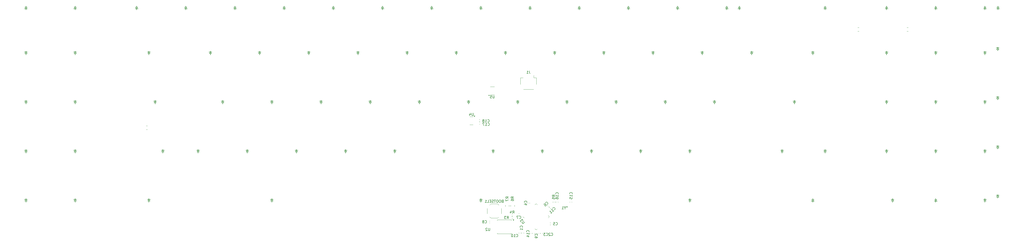
<source format=gbr>
%TF.GenerationSoftware,KiCad,Pcbnew,8.0.1*%
%TF.CreationDate,2026-01-01T00:47:39+09:00*%
%TF.ProjectId,W1-AT_RP2040_Notooth,57312d41-545f-4525-9032-3034305f4e6f,rev?*%
%TF.SameCoordinates,Original*%
%TF.FileFunction,Legend,Bot*%
%TF.FilePolarity,Positive*%
%FSLAX46Y46*%
G04 Gerber Fmt 4.6, Leading zero omitted, Abs format (unit mm)*
G04 Created by KiCad (PCBNEW 8.0.1) date 2026-01-01 00:47:39*
%MOMM*%
%LPD*%
G01*
G04 APERTURE LIST*
%ADD10C,0.150000*%
%ADD11C,0.120000*%
%ADD12C,0.100000*%
G04 APERTURE END LIST*
D10*
X229974249Y-117178246D02*
X229401829Y-117750666D01*
X229401829Y-117750666D02*
X229300814Y-117784338D01*
X229300814Y-117784338D02*
X229233470Y-117784338D01*
X229233470Y-117784338D02*
X229132455Y-117750666D01*
X229132455Y-117750666D02*
X228997768Y-117615979D01*
X228997768Y-117615979D02*
X228964096Y-117514964D01*
X228964096Y-117514964D02*
X228964096Y-117447620D01*
X228964096Y-117447620D02*
X228997768Y-117346605D01*
X228997768Y-117346605D02*
X229570188Y-116774185D01*
X229300814Y-116504811D02*
X228863081Y-116067079D01*
X228863081Y-116067079D02*
X228829409Y-116572155D01*
X228829409Y-116572155D02*
X228728394Y-116471140D01*
X228728394Y-116471140D02*
X228627379Y-116437468D01*
X228627379Y-116437468D02*
X228560035Y-116437468D01*
X228560035Y-116437468D02*
X228459020Y-116471140D01*
X228459020Y-116471140D02*
X228290661Y-116639498D01*
X228290661Y-116639498D02*
X228256989Y-116740514D01*
X228256989Y-116740514D02*
X228256989Y-116807857D01*
X228256989Y-116807857D02*
X228290661Y-116908872D01*
X228290661Y-116908872D02*
X228492692Y-117110903D01*
X228492692Y-117110903D02*
X228593707Y-117144575D01*
X228593707Y-117144575D02*
X228661050Y-117144575D01*
X226667857Y-122809580D02*
X226715476Y-122857200D01*
X226715476Y-122857200D02*
X226858333Y-122904819D01*
X226858333Y-122904819D02*
X226953571Y-122904819D01*
X226953571Y-122904819D02*
X227096428Y-122857200D01*
X227096428Y-122857200D02*
X227191666Y-122761961D01*
X227191666Y-122761961D02*
X227239285Y-122666723D01*
X227239285Y-122666723D02*
X227286904Y-122476247D01*
X227286904Y-122476247D02*
X227286904Y-122333390D01*
X227286904Y-122333390D02*
X227239285Y-122142914D01*
X227239285Y-122142914D02*
X227191666Y-122047676D01*
X227191666Y-122047676D02*
X227096428Y-121952438D01*
X227096428Y-121952438D02*
X226953571Y-121904819D01*
X226953571Y-121904819D02*
X226858333Y-121904819D01*
X226858333Y-121904819D02*
X226715476Y-121952438D01*
X226715476Y-121952438D02*
X226667857Y-122000057D01*
X225715476Y-122904819D02*
X226286904Y-122904819D01*
X226001190Y-122904819D02*
X226001190Y-121904819D01*
X226001190Y-121904819D02*
X226096428Y-122047676D01*
X226096428Y-122047676D02*
X226191666Y-122142914D01*
X226191666Y-122142914D02*
X226286904Y-122190533D01*
X225096428Y-121904819D02*
X225001190Y-121904819D01*
X225001190Y-121904819D02*
X224905952Y-121952438D01*
X224905952Y-121952438D02*
X224858333Y-122000057D01*
X224858333Y-122000057D02*
X224810714Y-122095295D01*
X224810714Y-122095295D02*
X224763095Y-122285771D01*
X224763095Y-122285771D02*
X224763095Y-122523866D01*
X224763095Y-122523866D02*
X224810714Y-122714342D01*
X224810714Y-122714342D02*
X224858333Y-122809580D01*
X224858333Y-122809580D02*
X224905952Y-122857200D01*
X224905952Y-122857200D02*
X225001190Y-122904819D01*
X225001190Y-122904819D02*
X225096428Y-122904819D01*
X225096428Y-122904819D02*
X225191666Y-122857200D01*
X225191666Y-122857200D02*
X225239285Y-122809580D01*
X225239285Y-122809580D02*
X225286904Y-122714342D01*
X225286904Y-122714342D02*
X225334523Y-122523866D01*
X225334523Y-122523866D02*
X225334523Y-122285771D01*
X225334523Y-122285771D02*
X225286904Y-122095295D01*
X225286904Y-122095295D02*
X225239285Y-122000057D01*
X225239285Y-122000057D02*
X225191666Y-121952438D01*
X225191666Y-121952438D02*
X225096428Y-121904819D01*
X241629819Y-107283333D02*
X241153628Y-106950000D01*
X241629819Y-106711905D02*
X240629819Y-106711905D01*
X240629819Y-106711905D02*
X240629819Y-107092857D01*
X240629819Y-107092857D02*
X240677438Y-107188095D01*
X240677438Y-107188095D02*
X240725057Y-107235714D01*
X240725057Y-107235714D02*
X240820295Y-107283333D01*
X240820295Y-107283333D02*
X240963152Y-107283333D01*
X240963152Y-107283333D02*
X241058390Y-107235714D01*
X241058390Y-107235714D02*
X241106009Y-107188095D01*
X241106009Y-107188095D02*
X241153628Y-107092857D01*
X241153628Y-107092857D02*
X241153628Y-106711905D01*
X240629819Y-108188095D02*
X240629819Y-107711905D01*
X240629819Y-107711905D02*
X241106009Y-107664286D01*
X241106009Y-107664286D02*
X241058390Y-107711905D01*
X241058390Y-107711905D02*
X241010771Y-107807143D01*
X241010771Y-107807143D02*
X241010771Y-108045238D01*
X241010771Y-108045238D02*
X241058390Y-108140476D01*
X241058390Y-108140476D02*
X241106009Y-108188095D01*
X241106009Y-108188095D02*
X241201247Y-108235714D01*
X241201247Y-108235714D02*
X241439342Y-108235714D01*
X241439342Y-108235714D02*
X241534580Y-108188095D01*
X241534580Y-108188095D02*
X241582200Y-108140476D01*
X241582200Y-108140476D02*
X241629819Y-108045238D01*
X241629819Y-108045238D02*
X241629819Y-107807143D01*
X241629819Y-107807143D02*
X241582200Y-107711905D01*
X241582200Y-107711905D02*
X241534580Y-107664286D01*
X229034580Y-119258333D02*
X229082200Y-119210714D01*
X229082200Y-119210714D02*
X229129819Y-119067857D01*
X229129819Y-119067857D02*
X229129819Y-118972619D01*
X229129819Y-118972619D02*
X229082200Y-118829762D01*
X229082200Y-118829762D02*
X228986961Y-118734524D01*
X228986961Y-118734524D02*
X228891723Y-118686905D01*
X228891723Y-118686905D02*
X228701247Y-118639286D01*
X228701247Y-118639286D02*
X228558390Y-118639286D01*
X228558390Y-118639286D02*
X228367914Y-118686905D01*
X228367914Y-118686905D02*
X228272676Y-118734524D01*
X228272676Y-118734524D02*
X228177438Y-118829762D01*
X228177438Y-118829762D02*
X228129819Y-118972619D01*
X228129819Y-118972619D02*
X228129819Y-119067857D01*
X228129819Y-119067857D02*
X228177438Y-119210714D01*
X228177438Y-119210714D02*
X228225057Y-119258333D01*
X229129819Y-120210714D02*
X229129819Y-119639286D01*
X229129819Y-119925000D02*
X228129819Y-119925000D01*
X228129819Y-119925000D02*
X228272676Y-119829762D01*
X228272676Y-119829762D02*
X228367914Y-119734524D01*
X228367914Y-119734524D02*
X228415533Y-119639286D01*
X240166666Y-122334580D02*
X240214285Y-122382200D01*
X240214285Y-122382200D02*
X240357142Y-122429819D01*
X240357142Y-122429819D02*
X240452380Y-122429819D01*
X240452380Y-122429819D02*
X240595237Y-122382200D01*
X240595237Y-122382200D02*
X240690475Y-122286961D01*
X240690475Y-122286961D02*
X240738094Y-122191723D01*
X240738094Y-122191723D02*
X240785713Y-122001247D01*
X240785713Y-122001247D02*
X240785713Y-121858390D01*
X240785713Y-121858390D02*
X240738094Y-121667914D01*
X240738094Y-121667914D02*
X240690475Y-121572676D01*
X240690475Y-121572676D02*
X240595237Y-121477438D01*
X240595237Y-121477438D02*
X240452380Y-121429819D01*
X240452380Y-121429819D02*
X240357142Y-121429819D01*
X240357142Y-121429819D02*
X240214285Y-121477438D01*
X240214285Y-121477438D02*
X240166666Y-121525057D01*
X239785713Y-121525057D02*
X239738094Y-121477438D01*
X239738094Y-121477438D02*
X239642856Y-121429819D01*
X239642856Y-121429819D02*
X239404761Y-121429819D01*
X239404761Y-121429819D02*
X239309523Y-121477438D01*
X239309523Y-121477438D02*
X239261904Y-121525057D01*
X239261904Y-121525057D02*
X239214285Y-121620295D01*
X239214285Y-121620295D02*
X239214285Y-121715533D01*
X239214285Y-121715533D02*
X239261904Y-121858390D01*
X239261904Y-121858390D02*
X239833332Y-122429819D01*
X239833332Y-122429819D02*
X239214285Y-122429819D01*
X231559580Y-121032142D02*
X231607200Y-120984523D01*
X231607200Y-120984523D02*
X231654819Y-120841666D01*
X231654819Y-120841666D02*
X231654819Y-120746428D01*
X231654819Y-120746428D02*
X231607200Y-120603571D01*
X231607200Y-120603571D02*
X231511961Y-120508333D01*
X231511961Y-120508333D02*
X231416723Y-120460714D01*
X231416723Y-120460714D02*
X231226247Y-120413095D01*
X231226247Y-120413095D02*
X231083390Y-120413095D01*
X231083390Y-120413095D02*
X230892914Y-120460714D01*
X230892914Y-120460714D02*
X230797676Y-120508333D01*
X230797676Y-120508333D02*
X230702438Y-120603571D01*
X230702438Y-120603571D02*
X230654819Y-120746428D01*
X230654819Y-120746428D02*
X230654819Y-120841666D01*
X230654819Y-120841666D02*
X230702438Y-120984523D01*
X230702438Y-120984523D02*
X230750057Y-121032142D01*
X231654819Y-121984523D02*
X231654819Y-121413095D01*
X231654819Y-121698809D02*
X230654819Y-121698809D01*
X230654819Y-121698809D02*
X230797676Y-121603571D01*
X230797676Y-121603571D02*
X230892914Y-121508333D01*
X230892914Y-121508333D02*
X230940533Y-121413095D01*
X230988152Y-122841666D02*
X231654819Y-122841666D01*
X230607200Y-122603571D02*
X231321485Y-122365476D01*
X231321485Y-122365476D02*
X231321485Y-122984523D01*
X223629819Y-108008333D02*
X223153628Y-107675000D01*
X223629819Y-107436905D02*
X222629819Y-107436905D01*
X222629819Y-107436905D02*
X222629819Y-107817857D01*
X222629819Y-107817857D02*
X222677438Y-107913095D01*
X222677438Y-107913095D02*
X222725057Y-107960714D01*
X222725057Y-107960714D02*
X222820295Y-108008333D01*
X222820295Y-108008333D02*
X222963152Y-108008333D01*
X222963152Y-108008333D02*
X223058390Y-107960714D01*
X223058390Y-107960714D02*
X223106009Y-107913095D01*
X223106009Y-107913095D02*
X223153628Y-107817857D01*
X223153628Y-107817857D02*
X223153628Y-107436905D01*
X222629819Y-108341667D02*
X222629819Y-109008333D01*
X222629819Y-109008333D02*
X223629819Y-108579762D01*
X230674580Y-109633333D02*
X230722200Y-109585714D01*
X230722200Y-109585714D02*
X230769819Y-109442857D01*
X230769819Y-109442857D02*
X230769819Y-109347619D01*
X230769819Y-109347619D02*
X230722200Y-109204762D01*
X230722200Y-109204762D02*
X230626961Y-109109524D01*
X230626961Y-109109524D02*
X230531723Y-109061905D01*
X230531723Y-109061905D02*
X230341247Y-109014286D01*
X230341247Y-109014286D02*
X230198390Y-109014286D01*
X230198390Y-109014286D02*
X230007914Y-109061905D01*
X230007914Y-109061905D02*
X229912676Y-109109524D01*
X229912676Y-109109524D02*
X229817438Y-109204762D01*
X229817438Y-109204762D02*
X229769819Y-109347619D01*
X229769819Y-109347619D02*
X229769819Y-109442857D01*
X229769819Y-109442857D02*
X229817438Y-109585714D01*
X229817438Y-109585714D02*
X229865057Y-109633333D01*
X230103152Y-110490476D02*
X230769819Y-110490476D01*
X229722200Y-110252381D02*
X230436485Y-110014286D01*
X230436485Y-110014286D02*
X230436485Y-110633333D01*
X216386904Y-119529819D02*
X216386904Y-120339342D01*
X216386904Y-120339342D02*
X216339285Y-120434580D01*
X216339285Y-120434580D02*
X216291666Y-120482200D01*
X216291666Y-120482200D02*
X216196428Y-120529819D01*
X216196428Y-120529819D02*
X216005952Y-120529819D01*
X216005952Y-120529819D02*
X215910714Y-120482200D01*
X215910714Y-120482200D02*
X215863095Y-120434580D01*
X215863095Y-120434580D02*
X215815476Y-120339342D01*
X215815476Y-120339342D02*
X215815476Y-119529819D01*
X215386904Y-119625057D02*
X215339285Y-119577438D01*
X215339285Y-119577438D02*
X215244047Y-119529819D01*
X215244047Y-119529819D02*
X215005952Y-119529819D01*
X215005952Y-119529819D02*
X214910714Y-119577438D01*
X214910714Y-119577438D02*
X214863095Y-119625057D01*
X214863095Y-119625057D02*
X214815476Y-119720295D01*
X214815476Y-119720295D02*
X214815476Y-119815533D01*
X214815476Y-119815533D02*
X214863095Y-119958390D01*
X214863095Y-119958390D02*
X215434523Y-120529819D01*
X215434523Y-120529819D02*
X214815476Y-120529819D01*
X223066666Y-115904819D02*
X223399999Y-115428628D01*
X223638094Y-115904819D02*
X223638094Y-114904819D01*
X223638094Y-114904819D02*
X223257142Y-114904819D01*
X223257142Y-114904819D02*
X223161904Y-114952438D01*
X223161904Y-114952438D02*
X223114285Y-115000057D01*
X223114285Y-115000057D02*
X223066666Y-115095295D01*
X223066666Y-115095295D02*
X223066666Y-115238152D01*
X223066666Y-115238152D02*
X223114285Y-115333390D01*
X223114285Y-115333390D02*
X223161904Y-115381009D01*
X223161904Y-115381009D02*
X223257142Y-115428628D01*
X223257142Y-115428628D02*
X223638094Y-115428628D01*
X222733332Y-114904819D02*
X222114285Y-114904819D01*
X222114285Y-114904819D02*
X222447618Y-115285771D01*
X222447618Y-115285771D02*
X222304761Y-115285771D01*
X222304761Y-115285771D02*
X222209523Y-115333390D01*
X222209523Y-115333390D02*
X222161904Y-115381009D01*
X222161904Y-115381009D02*
X222114285Y-115476247D01*
X222114285Y-115476247D02*
X222114285Y-115714342D01*
X222114285Y-115714342D02*
X222161904Y-115809580D01*
X222161904Y-115809580D02*
X222209523Y-115857200D01*
X222209523Y-115857200D02*
X222304761Y-115904819D01*
X222304761Y-115904819D02*
X222590475Y-115904819D01*
X222590475Y-115904819D02*
X222685713Y-115857200D01*
X222685713Y-115857200D02*
X222733332Y-115809580D01*
X242859580Y-106357142D02*
X242907200Y-106309523D01*
X242907200Y-106309523D02*
X242954819Y-106166666D01*
X242954819Y-106166666D02*
X242954819Y-106071428D01*
X242954819Y-106071428D02*
X242907200Y-105928571D01*
X242907200Y-105928571D02*
X242811961Y-105833333D01*
X242811961Y-105833333D02*
X242716723Y-105785714D01*
X242716723Y-105785714D02*
X242526247Y-105738095D01*
X242526247Y-105738095D02*
X242383390Y-105738095D01*
X242383390Y-105738095D02*
X242192914Y-105785714D01*
X242192914Y-105785714D02*
X242097676Y-105833333D01*
X242097676Y-105833333D02*
X242002438Y-105928571D01*
X242002438Y-105928571D02*
X241954819Y-106071428D01*
X241954819Y-106071428D02*
X241954819Y-106166666D01*
X241954819Y-106166666D02*
X242002438Y-106309523D01*
X242002438Y-106309523D02*
X242050057Y-106357142D01*
X242954819Y-107309523D02*
X242954819Y-106738095D01*
X242954819Y-107023809D02*
X241954819Y-107023809D01*
X241954819Y-107023809D02*
X242097676Y-106928571D01*
X242097676Y-106928571D02*
X242192914Y-106833333D01*
X242192914Y-106833333D02*
X242240533Y-106738095D01*
X241954819Y-108166666D02*
X241954819Y-107976190D01*
X241954819Y-107976190D02*
X242002438Y-107880952D01*
X242002438Y-107880952D02*
X242050057Y-107833333D01*
X242050057Y-107833333D02*
X242192914Y-107738095D01*
X242192914Y-107738095D02*
X242383390Y-107690476D01*
X242383390Y-107690476D02*
X242764342Y-107690476D01*
X242764342Y-107690476D02*
X242859580Y-107738095D01*
X242859580Y-107738095D02*
X242907200Y-107785714D01*
X242907200Y-107785714D02*
X242954819Y-107880952D01*
X242954819Y-107880952D02*
X242954819Y-108071428D01*
X242954819Y-108071428D02*
X242907200Y-108166666D01*
X242907200Y-108166666D02*
X242859580Y-108214285D01*
X242859580Y-108214285D02*
X242764342Y-108261904D01*
X242764342Y-108261904D02*
X242526247Y-108261904D01*
X242526247Y-108261904D02*
X242431009Y-108214285D01*
X242431009Y-108214285D02*
X242383390Y-108166666D01*
X242383390Y-108166666D02*
X242335771Y-108071428D01*
X242335771Y-108071428D02*
X242335771Y-107880952D01*
X242335771Y-107880952D02*
X242383390Y-107785714D01*
X242383390Y-107785714D02*
X242431009Y-107738095D01*
X242431009Y-107738095D02*
X242526247Y-107690476D01*
X245576190Y-111653628D02*
X245576190Y-112129819D01*
X245909523Y-111129819D02*
X245576190Y-111653628D01*
X245576190Y-111653628D02*
X245242857Y-111129819D01*
X244385714Y-112129819D02*
X244957142Y-112129819D01*
X244671428Y-112129819D02*
X244671428Y-111129819D01*
X244671428Y-111129819D02*
X244766666Y-111272676D01*
X244766666Y-111272676D02*
X244861904Y-111367914D01*
X244861904Y-111367914D02*
X244957142Y-111415533D01*
X225629819Y-107983333D02*
X225153628Y-107650000D01*
X225629819Y-107411905D02*
X224629819Y-107411905D01*
X224629819Y-107411905D02*
X224629819Y-107792857D01*
X224629819Y-107792857D02*
X224677438Y-107888095D01*
X224677438Y-107888095D02*
X224725057Y-107935714D01*
X224725057Y-107935714D02*
X224820295Y-107983333D01*
X224820295Y-107983333D02*
X224963152Y-107983333D01*
X224963152Y-107983333D02*
X225058390Y-107935714D01*
X225058390Y-107935714D02*
X225106009Y-107888095D01*
X225106009Y-107888095D02*
X225153628Y-107792857D01*
X225153628Y-107792857D02*
X225153628Y-107411905D01*
X224629819Y-108840476D02*
X224629819Y-108650000D01*
X224629819Y-108650000D02*
X224677438Y-108554762D01*
X224677438Y-108554762D02*
X224725057Y-108507143D01*
X224725057Y-108507143D02*
X224867914Y-108411905D01*
X224867914Y-108411905D02*
X225058390Y-108364286D01*
X225058390Y-108364286D02*
X225439342Y-108364286D01*
X225439342Y-108364286D02*
X225534580Y-108411905D01*
X225534580Y-108411905D02*
X225582200Y-108459524D01*
X225582200Y-108459524D02*
X225629819Y-108554762D01*
X225629819Y-108554762D02*
X225629819Y-108745238D01*
X225629819Y-108745238D02*
X225582200Y-108840476D01*
X225582200Y-108840476D02*
X225534580Y-108888095D01*
X225534580Y-108888095D02*
X225439342Y-108935714D01*
X225439342Y-108935714D02*
X225201247Y-108935714D01*
X225201247Y-108935714D02*
X225106009Y-108888095D01*
X225106009Y-108888095D02*
X225058390Y-108840476D01*
X225058390Y-108840476D02*
X225010771Y-108745238D01*
X225010771Y-108745238D02*
X225010771Y-108554762D01*
X225010771Y-108554762D02*
X225058390Y-108459524D01*
X225058390Y-108459524D02*
X225106009Y-108411905D01*
X225106009Y-108411905D02*
X225201247Y-108364286D01*
X215617857Y-79684580D02*
X215665476Y-79732200D01*
X215665476Y-79732200D02*
X215808333Y-79779819D01*
X215808333Y-79779819D02*
X215903571Y-79779819D01*
X215903571Y-79779819D02*
X216046428Y-79732200D01*
X216046428Y-79732200D02*
X216141666Y-79636961D01*
X216141666Y-79636961D02*
X216189285Y-79541723D01*
X216189285Y-79541723D02*
X216236904Y-79351247D01*
X216236904Y-79351247D02*
X216236904Y-79208390D01*
X216236904Y-79208390D02*
X216189285Y-79017914D01*
X216189285Y-79017914D02*
X216141666Y-78922676D01*
X216141666Y-78922676D02*
X216046428Y-78827438D01*
X216046428Y-78827438D02*
X215903571Y-78779819D01*
X215903571Y-78779819D02*
X215808333Y-78779819D01*
X215808333Y-78779819D02*
X215665476Y-78827438D01*
X215665476Y-78827438D02*
X215617857Y-78875057D01*
X214665476Y-79779819D02*
X215236904Y-79779819D01*
X214951190Y-79779819D02*
X214951190Y-78779819D01*
X214951190Y-78779819D02*
X215046428Y-78922676D01*
X215046428Y-78922676D02*
X215141666Y-79017914D01*
X215141666Y-79017914D02*
X215236904Y-79065533D01*
X214332142Y-78779819D02*
X213665476Y-78779819D01*
X213665476Y-78779819D02*
X214094047Y-79779819D01*
X238573547Y-110311411D02*
X238640891Y-110311411D01*
X238640891Y-110311411D02*
X238775578Y-110244067D01*
X238775578Y-110244067D02*
X238842921Y-110176724D01*
X238842921Y-110176724D02*
X238910265Y-110042037D01*
X238910265Y-110042037D02*
X238910265Y-109907350D01*
X238910265Y-109907350D02*
X238876593Y-109806335D01*
X238876593Y-109806335D02*
X238775578Y-109637976D01*
X238775578Y-109637976D02*
X238674563Y-109536961D01*
X238674563Y-109536961D02*
X238506204Y-109435945D01*
X238506204Y-109435945D02*
X238405189Y-109402274D01*
X238405189Y-109402274D02*
X238270502Y-109402274D01*
X238270502Y-109402274D02*
X238135815Y-109469617D01*
X238135815Y-109469617D02*
X238068471Y-109536961D01*
X238068471Y-109536961D02*
X238001128Y-109671648D01*
X238001128Y-109671648D02*
X238001128Y-109738991D01*
X237327693Y-110277739D02*
X237462380Y-110143052D01*
X237462380Y-110143052D02*
X237563395Y-110109380D01*
X237563395Y-110109380D02*
X237630738Y-110109380D01*
X237630738Y-110109380D02*
X237799097Y-110143052D01*
X237799097Y-110143052D02*
X237967456Y-110244067D01*
X237967456Y-110244067D02*
X238236830Y-110513441D01*
X238236830Y-110513441D02*
X238270502Y-110614457D01*
X238270502Y-110614457D02*
X238270502Y-110681800D01*
X238270502Y-110681800D02*
X238236830Y-110782815D01*
X238236830Y-110782815D02*
X238102143Y-110917502D01*
X238102143Y-110917502D02*
X238001128Y-110951174D01*
X238001128Y-110951174D02*
X237933784Y-110951174D01*
X237933784Y-110951174D02*
X237832769Y-110917502D01*
X237832769Y-110917502D02*
X237664410Y-110749144D01*
X237664410Y-110749144D02*
X237630738Y-110648128D01*
X237630738Y-110648128D02*
X237630738Y-110580785D01*
X237630738Y-110580785D02*
X237664410Y-110479770D01*
X237664410Y-110479770D02*
X237799097Y-110345083D01*
X237799097Y-110345083D02*
X237900112Y-110311411D01*
X237900112Y-110311411D02*
X237967456Y-110311411D01*
X237967456Y-110311411D02*
X238068471Y-110345083D01*
X210036904Y-74917319D02*
X210036904Y-75726842D01*
X210036904Y-75726842D02*
X209989285Y-75822080D01*
X209989285Y-75822080D02*
X209941666Y-75869700D01*
X209941666Y-75869700D02*
X209846428Y-75917319D01*
X209846428Y-75917319D02*
X209655952Y-75917319D01*
X209655952Y-75917319D02*
X209560714Y-75869700D01*
X209560714Y-75869700D02*
X209513095Y-75822080D01*
X209513095Y-75822080D02*
X209465476Y-75726842D01*
X209465476Y-75726842D02*
X209465476Y-74917319D01*
X208560714Y-75250652D02*
X208560714Y-75917319D01*
X208798809Y-74869700D02*
X209036904Y-75583985D01*
X209036904Y-75583985D02*
X208417857Y-75583985D01*
X218136904Y-68167319D02*
X218136904Y-68976842D01*
X218136904Y-68976842D02*
X218089285Y-69072080D01*
X218089285Y-69072080D02*
X218041666Y-69119700D01*
X218041666Y-69119700D02*
X217946428Y-69167319D01*
X217946428Y-69167319D02*
X217755952Y-69167319D01*
X217755952Y-69167319D02*
X217660714Y-69119700D01*
X217660714Y-69119700D02*
X217613095Y-69072080D01*
X217613095Y-69072080D02*
X217565476Y-68976842D01*
X217565476Y-68976842D02*
X217565476Y-68167319D01*
X216613095Y-68167319D02*
X217089285Y-68167319D01*
X217089285Y-68167319D02*
X217136904Y-68643509D01*
X217136904Y-68643509D02*
X217089285Y-68595890D01*
X217089285Y-68595890D02*
X216994047Y-68548271D01*
X216994047Y-68548271D02*
X216755952Y-68548271D01*
X216755952Y-68548271D02*
X216660714Y-68595890D01*
X216660714Y-68595890D02*
X216613095Y-68643509D01*
X216613095Y-68643509D02*
X216565476Y-68738747D01*
X216565476Y-68738747D02*
X216565476Y-68976842D01*
X216565476Y-68976842D02*
X216613095Y-69072080D01*
X216613095Y-69072080D02*
X216660714Y-69119700D01*
X216660714Y-69119700D02*
X216755952Y-69167319D01*
X216755952Y-69167319D02*
X216994047Y-69167319D01*
X216994047Y-69167319D02*
X217089285Y-69119700D01*
X217089285Y-69119700D02*
X217136904Y-69072080D01*
X241966666Y-118234580D02*
X242014285Y-118282200D01*
X242014285Y-118282200D02*
X242157142Y-118329819D01*
X242157142Y-118329819D02*
X242252380Y-118329819D01*
X242252380Y-118329819D02*
X242395237Y-118282200D01*
X242395237Y-118282200D02*
X242490475Y-118186961D01*
X242490475Y-118186961D02*
X242538094Y-118091723D01*
X242538094Y-118091723D02*
X242585713Y-117901247D01*
X242585713Y-117901247D02*
X242585713Y-117758390D01*
X242585713Y-117758390D02*
X242538094Y-117567914D01*
X242538094Y-117567914D02*
X242490475Y-117472676D01*
X242490475Y-117472676D02*
X242395237Y-117377438D01*
X242395237Y-117377438D02*
X242252380Y-117329819D01*
X242252380Y-117329819D02*
X242157142Y-117329819D01*
X242157142Y-117329819D02*
X242014285Y-117377438D01*
X242014285Y-117377438D02*
X241966666Y-117425057D01*
X241061904Y-117329819D02*
X241538094Y-117329819D01*
X241538094Y-117329819D02*
X241585713Y-117806009D01*
X241585713Y-117806009D02*
X241538094Y-117758390D01*
X241538094Y-117758390D02*
X241442856Y-117710771D01*
X241442856Y-117710771D02*
X241204761Y-117710771D01*
X241204761Y-117710771D02*
X241109523Y-117758390D01*
X241109523Y-117758390D02*
X241061904Y-117806009D01*
X241061904Y-117806009D02*
X241014285Y-117901247D01*
X241014285Y-117901247D02*
X241014285Y-118139342D01*
X241014285Y-118139342D02*
X241061904Y-118234580D01*
X241061904Y-118234580D02*
X241109523Y-118282200D01*
X241109523Y-118282200D02*
X241204761Y-118329819D01*
X241204761Y-118329819D02*
X241442856Y-118329819D01*
X241442856Y-118329819D02*
X241538094Y-118282200D01*
X241538094Y-118282200D02*
X241585713Y-118234580D01*
X238291666Y-122334580D02*
X238339285Y-122382200D01*
X238339285Y-122382200D02*
X238482142Y-122429819D01*
X238482142Y-122429819D02*
X238577380Y-122429819D01*
X238577380Y-122429819D02*
X238720237Y-122382200D01*
X238720237Y-122382200D02*
X238815475Y-122286961D01*
X238815475Y-122286961D02*
X238863094Y-122191723D01*
X238863094Y-122191723D02*
X238910713Y-122001247D01*
X238910713Y-122001247D02*
X238910713Y-121858390D01*
X238910713Y-121858390D02*
X238863094Y-121667914D01*
X238863094Y-121667914D02*
X238815475Y-121572676D01*
X238815475Y-121572676D02*
X238720237Y-121477438D01*
X238720237Y-121477438D02*
X238577380Y-121429819D01*
X238577380Y-121429819D02*
X238482142Y-121429819D01*
X238482142Y-121429819D02*
X238339285Y-121477438D01*
X238339285Y-121477438D02*
X238291666Y-121525057D01*
X237958332Y-121429819D02*
X237339285Y-121429819D01*
X237339285Y-121429819D02*
X237672618Y-121810771D01*
X237672618Y-121810771D02*
X237529761Y-121810771D01*
X237529761Y-121810771D02*
X237434523Y-121858390D01*
X237434523Y-121858390D02*
X237386904Y-121906009D01*
X237386904Y-121906009D02*
X237339285Y-122001247D01*
X237339285Y-122001247D02*
X237339285Y-122239342D01*
X237339285Y-122239342D02*
X237386904Y-122334580D01*
X237386904Y-122334580D02*
X237434523Y-122382200D01*
X237434523Y-122382200D02*
X237529761Y-122429819D01*
X237529761Y-122429819D02*
X237815475Y-122429819D01*
X237815475Y-122429819D02*
X237910713Y-122382200D01*
X237910713Y-122382200D02*
X237958332Y-122334580D01*
X221291666Y-109081009D02*
X221148809Y-109128628D01*
X221148809Y-109128628D02*
X221101190Y-109176247D01*
X221101190Y-109176247D02*
X221053571Y-109271485D01*
X221053571Y-109271485D02*
X221053571Y-109414342D01*
X221053571Y-109414342D02*
X221101190Y-109509580D01*
X221101190Y-109509580D02*
X221148809Y-109557200D01*
X221148809Y-109557200D02*
X221244047Y-109604819D01*
X221244047Y-109604819D02*
X221624999Y-109604819D01*
X221624999Y-109604819D02*
X221624999Y-108604819D01*
X221624999Y-108604819D02*
X221291666Y-108604819D01*
X221291666Y-108604819D02*
X221196428Y-108652438D01*
X221196428Y-108652438D02*
X221148809Y-108700057D01*
X221148809Y-108700057D02*
X221101190Y-108795295D01*
X221101190Y-108795295D02*
X221101190Y-108890533D01*
X221101190Y-108890533D02*
X221148809Y-108985771D01*
X221148809Y-108985771D02*
X221196428Y-109033390D01*
X221196428Y-109033390D02*
X221291666Y-109081009D01*
X221291666Y-109081009D02*
X221624999Y-109081009D01*
X220434523Y-108604819D02*
X220244047Y-108604819D01*
X220244047Y-108604819D02*
X220148809Y-108652438D01*
X220148809Y-108652438D02*
X220053571Y-108747676D01*
X220053571Y-108747676D02*
X220005952Y-108938152D01*
X220005952Y-108938152D02*
X220005952Y-109271485D01*
X220005952Y-109271485D02*
X220053571Y-109461961D01*
X220053571Y-109461961D02*
X220148809Y-109557200D01*
X220148809Y-109557200D02*
X220244047Y-109604819D01*
X220244047Y-109604819D02*
X220434523Y-109604819D01*
X220434523Y-109604819D02*
X220529761Y-109557200D01*
X220529761Y-109557200D02*
X220624999Y-109461961D01*
X220624999Y-109461961D02*
X220672618Y-109271485D01*
X220672618Y-109271485D02*
X220672618Y-108938152D01*
X220672618Y-108938152D02*
X220624999Y-108747676D01*
X220624999Y-108747676D02*
X220529761Y-108652438D01*
X220529761Y-108652438D02*
X220434523Y-108604819D01*
X219386904Y-108604819D02*
X219196428Y-108604819D01*
X219196428Y-108604819D02*
X219101190Y-108652438D01*
X219101190Y-108652438D02*
X219005952Y-108747676D01*
X219005952Y-108747676D02*
X218958333Y-108938152D01*
X218958333Y-108938152D02*
X218958333Y-109271485D01*
X218958333Y-109271485D02*
X219005952Y-109461961D01*
X219005952Y-109461961D02*
X219101190Y-109557200D01*
X219101190Y-109557200D02*
X219196428Y-109604819D01*
X219196428Y-109604819D02*
X219386904Y-109604819D01*
X219386904Y-109604819D02*
X219482142Y-109557200D01*
X219482142Y-109557200D02*
X219577380Y-109461961D01*
X219577380Y-109461961D02*
X219624999Y-109271485D01*
X219624999Y-109271485D02*
X219624999Y-108938152D01*
X219624999Y-108938152D02*
X219577380Y-108747676D01*
X219577380Y-108747676D02*
X219482142Y-108652438D01*
X219482142Y-108652438D02*
X219386904Y-108604819D01*
X218672618Y-108604819D02*
X218101190Y-108604819D01*
X218386904Y-109604819D02*
X218386904Y-108604819D01*
X217815475Y-109557200D02*
X217672618Y-109604819D01*
X217672618Y-109604819D02*
X217434523Y-109604819D01*
X217434523Y-109604819D02*
X217339285Y-109557200D01*
X217339285Y-109557200D02*
X217291666Y-109509580D01*
X217291666Y-109509580D02*
X217244047Y-109414342D01*
X217244047Y-109414342D02*
X217244047Y-109319104D01*
X217244047Y-109319104D02*
X217291666Y-109223866D01*
X217291666Y-109223866D02*
X217339285Y-109176247D01*
X217339285Y-109176247D02*
X217434523Y-109128628D01*
X217434523Y-109128628D02*
X217624999Y-109081009D01*
X217624999Y-109081009D02*
X217720237Y-109033390D01*
X217720237Y-109033390D02*
X217767856Y-108985771D01*
X217767856Y-108985771D02*
X217815475Y-108890533D01*
X217815475Y-108890533D02*
X217815475Y-108795295D01*
X217815475Y-108795295D02*
X217767856Y-108700057D01*
X217767856Y-108700057D02*
X217720237Y-108652438D01*
X217720237Y-108652438D02*
X217624999Y-108604819D01*
X217624999Y-108604819D02*
X217386904Y-108604819D01*
X217386904Y-108604819D02*
X217244047Y-108652438D01*
X216815475Y-109081009D02*
X216482142Y-109081009D01*
X216339285Y-109604819D02*
X216815475Y-109604819D01*
X216815475Y-109604819D02*
X216815475Y-108604819D01*
X216815475Y-108604819D02*
X216339285Y-108604819D01*
X215434523Y-109604819D02*
X215910713Y-109604819D01*
X215910713Y-109604819D02*
X215910713Y-108604819D01*
X214577380Y-109604819D02*
X215148808Y-109604819D01*
X214863094Y-109604819D02*
X214863094Y-108604819D01*
X214863094Y-108604819D02*
X214958332Y-108747676D01*
X214958332Y-108747676D02*
X215053570Y-108842914D01*
X215053570Y-108842914D02*
X215148808Y-108890533D01*
X248259580Y-106307142D02*
X248307200Y-106259523D01*
X248307200Y-106259523D02*
X248354819Y-106116666D01*
X248354819Y-106116666D02*
X248354819Y-106021428D01*
X248354819Y-106021428D02*
X248307200Y-105878571D01*
X248307200Y-105878571D02*
X248211961Y-105783333D01*
X248211961Y-105783333D02*
X248116723Y-105735714D01*
X248116723Y-105735714D02*
X247926247Y-105688095D01*
X247926247Y-105688095D02*
X247783390Y-105688095D01*
X247783390Y-105688095D02*
X247592914Y-105735714D01*
X247592914Y-105735714D02*
X247497676Y-105783333D01*
X247497676Y-105783333D02*
X247402438Y-105878571D01*
X247402438Y-105878571D02*
X247354819Y-106021428D01*
X247354819Y-106021428D02*
X247354819Y-106116666D01*
X247354819Y-106116666D02*
X247402438Y-106259523D01*
X247402438Y-106259523D02*
X247450057Y-106307142D01*
X248354819Y-107259523D02*
X248354819Y-106688095D01*
X248354819Y-106973809D02*
X247354819Y-106973809D01*
X247354819Y-106973809D02*
X247497676Y-106878571D01*
X247497676Y-106878571D02*
X247592914Y-106783333D01*
X247592914Y-106783333D02*
X247640533Y-106688095D01*
X247354819Y-108164285D02*
X247354819Y-107688095D01*
X247354819Y-107688095D02*
X247831009Y-107640476D01*
X247831009Y-107640476D02*
X247783390Y-107688095D01*
X247783390Y-107688095D02*
X247735771Y-107783333D01*
X247735771Y-107783333D02*
X247735771Y-108021428D01*
X247735771Y-108021428D02*
X247783390Y-108116666D01*
X247783390Y-108116666D02*
X247831009Y-108164285D01*
X247831009Y-108164285D02*
X247926247Y-108211904D01*
X247926247Y-108211904D02*
X248164342Y-108211904D01*
X248164342Y-108211904D02*
X248259580Y-108164285D01*
X248259580Y-108164285D02*
X248307200Y-108116666D01*
X248307200Y-108116666D02*
X248354819Y-108021428D01*
X248354819Y-108021428D02*
X248354819Y-107783333D01*
X248354819Y-107783333D02*
X248307200Y-107688095D01*
X248307200Y-107688095D02*
X248259580Y-107640476D01*
X227841666Y-115744580D02*
X227889285Y-115792200D01*
X227889285Y-115792200D02*
X228032142Y-115839819D01*
X228032142Y-115839819D02*
X228127380Y-115839819D01*
X228127380Y-115839819D02*
X228270237Y-115792200D01*
X228270237Y-115792200D02*
X228365475Y-115696961D01*
X228365475Y-115696961D02*
X228413094Y-115601723D01*
X228413094Y-115601723D02*
X228460713Y-115411247D01*
X228460713Y-115411247D02*
X228460713Y-115268390D01*
X228460713Y-115268390D02*
X228413094Y-115077914D01*
X228413094Y-115077914D02*
X228365475Y-114982676D01*
X228365475Y-114982676D02*
X228270237Y-114887438D01*
X228270237Y-114887438D02*
X228127380Y-114839819D01*
X228127380Y-114839819D02*
X228032142Y-114839819D01*
X228032142Y-114839819D02*
X227889285Y-114887438D01*
X227889285Y-114887438D02*
X227841666Y-114935057D01*
X227508332Y-114839819D02*
X226841666Y-114839819D01*
X226841666Y-114839819D02*
X227270237Y-115839819D01*
X234809580Y-122408333D02*
X234857200Y-122360714D01*
X234857200Y-122360714D02*
X234904819Y-122217857D01*
X234904819Y-122217857D02*
X234904819Y-122122619D01*
X234904819Y-122122619D02*
X234857200Y-121979762D01*
X234857200Y-121979762D02*
X234761961Y-121884524D01*
X234761961Y-121884524D02*
X234666723Y-121836905D01*
X234666723Y-121836905D02*
X234476247Y-121789286D01*
X234476247Y-121789286D02*
X234333390Y-121789286D01*
X234333390Y-121789286D02*
X234142914Y-121836905D01*
X234142914Y-121836905D02*
X234047676Y-121884524D01*
X234047676Y-121884524D02*
X233952438Y-121979762D01*
X233952438Y-121979762D02*
X233904819Y-122122619D01*
X233904819Y-122122619D02*
X233904819Y-122217857D01*
X233904819Y-122217857D02*
X233952438Y-122360714D01*
X233952438Y-122360714D02*
X234000057Y-122408333D01*
X234904819Y-122884524D02*
X234904819Y-123075000D01*
X234904819Y-123075000D02*
X234857200Y-123170238D01*
X234857200Y-123170238D02*
X234809580Y-123217857D01*
X234809580Y-123217857D02*
X234666723Y-123313095D01*
X234666723Y-123313095D02*
X234476247Y-123360714D01*
X234476247Y-123360714D02*
X234095295Y-123360714D01*
X234095295Y-123360714D02*
X234000057Y-123313095D01*
X234000057Y-123313095D02*
X233952438Y-123265476D01*
X233952438Y-123265476D02*
X233904819Y-123170238D01*
X233904819Y-123170238D02*
X233904819Y-122979762D01*
X233904819Y-122979762D02*
X233952438Y-122884524D01*
X233952438Y-122884524D02*
X234000057Y-122836905D01*
X234000057Y-122836905D02*
X234095295Y-122789286D01*
X234095295Y-122789286D02*
X234333390Y-122789286D01*
X234333390Y-122789286D02*
X234428628Y-122836905D01*
X234428628Y-122836905D02*
X234476247Y-122884524D01*
X234476247Y-122884524D02*
X234523866Y-122979762D01*
X234523866Y-122979762D02*
X234523866Y-123170238D01*
X234523866Y-123170238D02*
X234476247Y-123265476D01*
X234476247Y-123265476D02*
X234428628Y-123313095D01*
X234428628Y-123313095D02*
X234333390Y-123360714D01*
X241383830Y-112424693D02*
X241451174Y-112424693D01*
X241451174Y-112424693D02*
X241585861Y-112357349D01*
X241585861Y-112357349D02*
X241653204Y-112290006D01*
X241653204Y-112290006D02*
X241720548Y-112155319D01*
X241720548Y-112155319D02*
X241720548Y-112020632D01*
X241720548Y-112020632D02*
X241686876Y-111919617D01*
X241686876Y-111919617D02*
X241585861Y-111751258D01*
X241585861Y-111751258D02*
X241484846Y-111650243D01*
X241484846Y-111650243D02*
X241316487Y-111549227D01*
X241316487Y-111549227D02*
X241215472Y-111515556D01*
X241215472Y-111515556D02*
X241080785Y-111515556D01*
X241080785Y-111515556D02*
X240946098Y-111582899D01*
X240946098Y-111582899D02*
X240878754Y-111650243D01*
X240878754Y-111650243D02*
X240811411Y-111784930D01*
X240811411Y-111784930D02*
X240811411Y-111852273D01*
X240777739Y-113165471D02*
X241181800Y-112761410D01*
X240979769Y-112963441D02*
X240272663Y-112256334D01*
X240272663Y-112256334D02*
X240441021Y-112290006D01*
X240441021Y-112290006D02*
X240575708Y-112290006D01*
X240575708Y-112290006D02*
X240676724Y-112256334D01*
X240104304Y-113838907D02*
X240508365Y-113434846D01*
X240306334Y-113636876D02*
X239599227Y-112929769D01*
X239599227Y-112929769D02*
X239767586Y-112963441D01*
X239767586Y-112963441D02*
X239902273Y-112963441D01*
X239902273Y-112963441D02*
X240003288Y-112929769D01*
X225216666Y-113779819D02*
X225549999Y-113303628D01*
X225788094Y-113779819D02*
X225788094Y-112779819D01*
X225788094Y-112779819D02*
X225407142Y-112779819D01*
X225407142Y-112779819D02*
X225311904Y-112827438D01*
X225311904Y-112827438D02*
X225264285Y-112875057D01*
X225264285Y-112875057D02*
X225216666Y-112970295D01*
X225216666Y-112970295D02*
X225216666Y-113113152D01*
X225216666Y-113113152D02*
X225264285Y-113208390D01*
X225264285Y-113208390D02*
X225311904Y-113256009D01*
X225311904Y-113256009D02*
X225407142Y-113303628D01*
X225407142Y-113303628D02*
X225788094Y-113303628D01*
X224359523Y-113113152D02*
X224359523Y-113779819D01*
X224597618Y-112732200D02*
X224835713Y-113446485D01*
X224835713Y-113446485D02*
X224216666Y-113446485D01*
X215567857Y-78334580D02*
X215615476Y-78382200D01*
X215615476Y-78382200D02*
X215758333Y-78429819D01*
X215758333Y-78429819D02*
X215853571Y-78429819D01*
X215853571Y-78429819D02*
X215996428Y-78382200D01*
X215996428Y-78382200D02*
X216091666Y-78286961D01*
X216091666Y-78286961D02*
X216139285Y-78191723D01*
X216139285Y-78191723D02*
X216186904Y-78001247D01*
X216186904Y-78001247D02*
X216186904Y-77858390D01*
X216186904Y-77858390D02*
X216139285Y-77667914D01*
X216139285Y-77667914D02*
X216091666Y-77572676D01*
X216091666Y-77572676D02*
X215996428Y-77477438D01*
X215996428Y-77477438D02*
X215853571Y-77429819D01*
X215853571Y-77429819D02*
X215758333Y-77429819D01*
X215758333Y-77429819D02*
X215615476Y-77477438D01*
X215615476Y-77477438D02*
X215567857Y-77525057D01*
X214615476Y-78429819D02*
X215186904Y-78429819D01*
X214901190Y-78429819D02*
X214901190Y-77429819D01*
X214901190Y-77429819D02*
X214996428Y-77572676D01*
X214996428Y-77572676D02*
X215091666Y-77667914D01*
X215091666Y-77667914D02*
X215186904Y-77715533D01*
X214044047Y-77858390D02*
X214139285Y-77810771D01*
X214139285Y-77810771D02*
X214186904Y-77763152D01*
X214186904Y-77763152D02*
X214234523Y-77667914D01*
X214234523Y-77667914D02*
X214234523Y-77620295D01*
X214234523Y-77620295D02*
X214186904Y-77525057D01*
X214186904Y-77525057D02*
X214139285Y-77477438D01*
X214139285Y-77477438D02*
X214044047Y-77429819D01*
X214044047Y-77429819D02*
X213853571Y-77429819D01*
X213853571Y-77429819D02*
X213758333Y-77477438D01*
X213758333Y-77477438D02*
X213710714Y-77525057D01*
X213710714Y-77525057D02*
X213663095Y-77620295D01*
X213663095Y-77620295D02*
X213663095Y-77667914D01*
X213663095Y-77667914D02*
X213710714Y-77763152D01*
X213710714Y-77763152D02*
X213758333Y-77810771D01*
X213758333Y-77810771D02*
X213853571Y-77858390D01*
X213853571Y-77858390D02*
X214044047Y-77858390D01*
X214044047Y-77858390D02*
X214139285Y-77906009D01*
X214139285Y-77906009D02*
X214186904Y-77953628D01*
X214186904Y-77953628D02*
X214234523Y-78048866D01*
X214234523Y-78048866D02*
X214234523Y-78239342D01*
X214234523Y-78239342D02*
X214186904Y-78334580D01*
X214186904Y-78334580D02*
X214139285Y-78382200D01*
X214139285Y-78382200D02*
X214044047Y-78429819D01*
X214044047Y-78429819D02*
X213853571Y-78429819D01*
X213853571Y-78429819D02*
X213758333Y-78382200D01*
X213758333Y-78382200D02*
X213710714Y-78334580D01*
X213710714Y-78334580D02*
X213663095Y-78239342D01*
X213663095Y-78239342D02*
X213663095Y-78048866D01*
X213663095Y-78048866D02*
X213710714Y-77953628D01*
X213710714Y-77953628D02*
X213758333Y-77906009D01*
X213758333Y-77906009D02*
X213853571Y-77858390D01*
X231708333Y-58549819D02*
X231708333Y-59264104D01*
X231708333Y-59264104D02*
X231755952Y-59406961D01*
X231755952Y-59406961D02*
X231851190Y-59502200D01*
X231851190Y-59502200D02*
X231994047Y-59549819D01*
X231994047Y-59549819D02*
X232089285Y-59549819D01*
X230708333Y-59549819D02*
X231279761Y-59549819D01*
X230994047Y-59549819D02*
X230994047Y-58549819D01*
X230994047Y-58549819D02*
X231089285Y-58692676D01*
X231089285Y-58692676D02*
X231184523Y-58787914D01*
X231184523Y-58787914D02*
X231279761Y-58835533D01*
X214541666Y-117484580D02*
X214589285Y-117532200D01*
X214589285Y-117532200D02*
X214732142Y-117579819D01*
X214732142Y-117579819D02*
X214827380Y-117579819D01*
X214827380Y-117579819D02*
X214970237Y-117532200D01*
X214970237Y-117532200D02*
X215065475Y-117436961D01*
X215065475Y-117436961D02*
X215113094Y-117341723D01*
X215113094Y-117341723D02*
X215160713Y-117151247D01*
X215160713Y-117151247D02*
X215160713Y-117008390D01*
X215160713Y-117008390D02*
X215113094Y-116817914D01*
X215113094Y-116817914D02*
X215065475Y-116722676D01*
X215065475Y-116722676D02*
X214970237Y-116627438D01*
X214970237Y-116627438D02*
X214827380Y-116579819D01*
X214827380Y-116579819D02*
X214732142Y-116579819D01*
X214732142Y-116579819D02*
X214589285Y-116627438D01*
X214589285Y-116627438D02*
X214541666Y-116675057D01*
X213970237Y-117008390D02*
X214065475Y-116960771D01*
X214065475Y-116960771D02*
X214113094Y-116913152D01*
X214113094Y-116913152D02*
X214160713Y-116817914D01*
X214160713Y-116817914D02*
X214160713Y-116770295D01*
X214160713Y-116770295D02*
X214113094Y-116675057D01*
X214113094Y-116675057D02*
X214065475Y-116627438D01*
X214065475Y-116627438D02*
X213970237Y-116579819D01*
X213970237Y-116579819D02*
X213779761Y-116579819D01*
X213779761Y-116579819D02*
X213684523Y-116627438D01*
X213684523Y-116627438D02*
X213636904Y-116675057D01*
X213636904Y-116675057D02*
X213589285Y-116770295D01*
X213589285Y-116770295D02*
X213589285Y-116817914D01*
X213589285Y-116817914D02*
X213636904Y-116913152D01*
X213636904Y-116913152D02*
X213684523Y-116960771D01*
X213684523Y-116960771D02*
X213779761Y-117008390D01*
X213779761Y-117008390D02*
X213970237Y-117008390D01*
X213970237Y-117008390D02*
X214065475Y-117056009D01*
X214065475Y-117056009D02*
X214113094Y-117103628D01*
X214113094Y-117103628D02*
X214160713Y-117198866D01*
X214160713Y-117198866D02*
X214160713Y-117389342D01*
X214160713Y-117389342D02*
X214113094Y-117484580D01*
X214113094Y-117484580D02*
X214065475Y-117532200D01*
X214065475Y-117532200D02*
X213970237Y-117579819D01*
X213970237Y-117579819D02*
X213779761Y-117579819D01*
X213779761Y-117579819D02*
X213684523Y-117532200D01*
X213684523Y-117532200D02*
X213636904Y-117484580D01*
X213636904Y-117484580D02*
X213589285Y-117389342D01*
X213589285Y-117389342D02*
X213589285Y-117198866D01*
X213589285Y-117198866D02*
X213636904Y-117103628D01*
X213636904Y-117103628D02*
X213684523Y-117056009D01*
X213684523Y-117056009D02*
X213779761Y-117008390D01*
%TO.C,D26*%
X107637500Y-51250000D02*
X108187500Y-51250000D01*
X107787500Y-51850000D02*
X108187500Y-51250000D01*
X108187500Y-51250000D02*
X108187500Y-50850000D01*
X108187500Y-51250000D02*
X108587500Y-51850000D01*
X108187500Y-52350000D02*
X108187500Y-51850000D01*
X108587500Y-51850000D02*
X107787500Y-51850000D01*
X108737500Y-51250000D02*
X108187500Y-51250000D01*
%TO.C,D16*%
X312525000Y-34500000D02*
X313075000Y-34500000D01*
X312675000Y-33900000D02*
X313475000Y-33900000D01*
X313075000Y-33400000D02*
X313075000Y-33900000D01*
X313075000Y-34500000D02*
X312675000Y-33900000D01*
X313075000Y-34500000D02*
X313075000Y-34900000D01*
X313475000Y-33900000D02*
X313075000Y-34500000D01*
X313625000Y-34500000D02*
X313075000Y-34500000D01*
D11*
%TO.C,U3*%
X229238274Y-115095056D02*
X229697893Y-115554675D01*
X233883966Y-110449364D02*
X234343585Y-109989745D01*
X234343585Y-109989745D02*
X234803204Y-110449364D01*
X234343585Y-120200367D02*
X233883966Y-119740748D01*
X234803204Y-119740748D02*
X234343585Y-120200367D01*
X238989277Y-115554675D02*
X239448896Y-115095056D01*
X239448896Y-115095056D02*
X238989277Y-114635437D01*
D10*
%TO.C,D24*%
X55250000Y-51250000D02*
X55800000Y-51250000D01*
X55400000Y-51850000D02*
X55800000Y-51250000D01*
X55800000Y-51250000D02*
X55800000Y-50850000D01*
X55800000Y-51250000D02*
X56200000Y-51850000D01*
X55800000Y-52350000D02*
X55800000Y-51850000D01*
X56200000Y-51850000D02*
X55400000Y-51850000D01*
X56350000Y-51250000D02*
X55800000Y-51250000D01*
D11*
%TO.C,C10*%
X227690000Y-121507836D02*
X227690000Y-121292164D01*
X228410000Y-121507836D02*
X228410000Y-121292164D01*
D10*
%TO.C,D60*%
X388625000Y-70300000D02*
X389175000Y-70300000D01*
X388775000Y-70900000D02*
X389175000Y-70300000D01*
X389175000Y-70300000D02*
X389175000Y-69900000D01*
X389175000Y-70300000D02*
X389575000Y-70900000D01*
X389175000Y-71400000D02*
X389175000Y-70900000D01*
X389575000Y-70900000D02*
X388775000Y-70900000D01*
X389725000Y-70300000D02*
X389175000Y-70300000D01*
%TO.C,D75*%
X293375000Y-89350000D02*
X293925000Y-89350000D01*
X293525000Y-89950000D02*
X293925000Y-89350000D01*
X293925000Y-89350000D02*
X293925000Y-88950000D01*
X293925000Y-89350000D02*
X294325000Y-89950000D01*
X293925000Y-90450000D02*
X293925000Y-89950000D01*
X294325000Y-89950000D02*
X293525000Y-89950000D01*
X294475000Y-89350000D02*
X293925000Y-89350000D01*
%TO.C,D52*%
X207650000Y-70300000D02*
X208200000Y-70300000D01*
X207800000Y-70900000D02*
X208200000Y-70300000D01*
X208200000Y-70300000D02*
X208200000Y-69900000D01*
X208200000Y-70300000D02*
X208600000Y-70900000D01*
X208200000Y-71400000D02*
X208200000Y-70900000D01*
X208600000Y-70900000D02*
X207800000Y-70900000D01*
X208750000Y-70300000D02*
X208200000Y-70300000D01*
%TO.C,D28*%
X145737500Y-51250000D02*
X146287500Y-51250000D01*
X145887500Y-51850000D02*
X146287500Y-51250000D01*
X146287500Y-51250000D02*
X146287500Y-50850000D01*
X146287500Y-51250000D02*
X146687500Y-51850000D01*
X146287500Y-52350000D02*
X146287500Y-51850000D01*
X146687500Y-51850000D02*
X145887500Y-51850000D01*
X146837500Y-51250000D02*
X146287500Y-51250000D01*
%TO.C,D56*%
X283850000Y-70300000D02*
X284400000Y-70300000D01*
X284000000Y-70900000D02*
X284400000Y-70300000D01*
X284400000Y-70300000D02*
X284400000Y-69900000D01*
X284400000Y-70300000D02*
X284800000Y-70900000D01*
X284400000Y-71400000D02*
X284400000Y-70900000D01*
X284800000Y-70900000D02*
X284000000Y-70900000D01*
X284950000Y-70300000D02*
X284400000Y-70300000D01*
D11*
%TO.C,R5*%
X240867140Y-109578641D02*
X240867140Y-109271359D01*
X241627140Y-109578641D02*
X241627140Y-109271359D01*
D10*
%TO.C,D35*%
X279087500Y-51250000D02*
X279637500Y-51250000D01*
X279237500Y-51850000D02*
X279637500Y-51250000D01*
X279637500Y-51250000D02*
X279637500Y-50850000D01*
X279637500Y-51250000D02*
X280037500Y-51850000D01*
X279637500Y-52350000D02*
X279637500Y-51850000D01*
X280037500Y-51850000D02*
X279237500Y-51850000D01*
X280187500Y-51250000D02*
X279637500Y-51250000D01*
%TO.C,D65*%
X89225000Y-89350000D02*
X89775000Y-89350000D01*
X89375000Y-89950000D02*
X89775000Y-89350000D01*
X89775000Y-89350000D02*
X89775000Y-88950000D01*
X89775000Y-89350000D02*
X90175000Y-89950000D01*
X89775000Y-90450000D02*
X89775000Y-89950000D01*
X90175000Y-89950000D02*
X89375000Y-89950000D01*
X90325000Y-89350000D02*
X89775000Y-89350000D01*
%TO.C,D20*%
X412725000Y-34500000D02*
X413275000Y-34500000D01*
X412875000Y-33900000D02*
X413675000Y-33900000D01*
X413275000Y-33400000D02*
X413275000Y-33900000D01*
X413275000Y-34500000D02*
X412875000Y-33900000D01*
X413275000Y-34500000D02*
X413275000Y-34900000D01*
X413675000Y-33900000D02*
X413275000Y-34500000D01*
X413825000Y-34500000D02*
X413275000Y-34500000D01*
%TO.C,D13*%
X269562500Y-34500000D02*
X270112500Y-34500000D01*
X269712500Y-33900000D02*
X270512500Y-33900000D01*
X270112500Y-33400000D02*
X270112500Y-33900000D01*
X270112500Y-34500000D02*
X269712500Y-33900000D01*
X270112500Y-34500000D02*
X270112500Y-34900000D01*
X270512500Y-33900000D02*
X270112500Y-34500000D01*
X270662500Y-34500000D02*
X270112500Y-34500000D01*
D11*
%TO.C,C1*%
X228815000Y-121292164D02*
X228815000Y-121507836D01*
X229535000Y-121292164D02*
X229535000Y-121507836D01*
%TO.C,C2*%
X236090000Y-121417164D02*
X236090000Y-121632836D01*
X236810000Y-121417164D02*
X236810000Y-121632836D01*
D10*
%TO.C,D3*%
X79062500Y-34500000D02*
X79612500Y-34500000D01*
X79212500Y-33900000D02*
X80012500Y-33900000D01*
X79612500Y-33400000D02*
X79612500Y-33900000D01*
X79612500Y-34500000D02*
X79212500Y-33900000D01*
X79612500Y-34500000D02*
X79612500Y-34900000D01*
X80012500Y-33900000D02*
X79612500Y-34500000D01*
X80162500Y-34500000D02*
X79612500Y-34500000D01*
%TO.C,D59*%
X369575000Y-70300000D02*
X370125000Y-70300000D01*
X369725000Y-70900000D02*
X370125000Y-70300000D01*
X370125000Y-70300000D02*
X370125000Y-69900000D01*
X370125000Y-70300000D02*
X370525000Y-70900000D01*
X370125000Y-71400000D02*
X370125000Y-70900000D01*
X370525000Y-70900000D02*
X369725000Y-70900000D01*
X370675000Y-70300000D02*
X370125000Y-70300000D01*
%TO.C,D97*%
X388625000Y-109100000D02*
X389175000Y-109100000D01*
X388775000Y-108500000D02*
X389575000Y-108500000D01*
X389175000Y-108000000D02*
X389175000Y-108500000D01*
X389175000Y-109100000D02*
X388775000Y-108500000D01*
X389175000Y-109100000D02*
X389175000Y-109500000D01*
X389575000Y-108500000D02*
X389175000Y-109100000D01*
X389725000Y-109100000D02*
X389175000Y-109100000D01*
%TO.C,D68*%
X160025000Y-89350000D02*
X160575000Y-89350000D01*
X160175000Y-89950000D02*
X160575000Y-89350000D01*
X160575000Y-89350000D02*
X160575000Y-88950000D01*
X160575000Y-89350000D02*
X160975000Y-89950000D01*
X160575000Y-90450000D02*
X160575000Y-89950000D01*
X160975000Y-89950000D02*
X160175000Y-89950000D01*
X161125000Y-89350000D02*
X160575000Y-89350000D01*
D11*
%TO.C,C14*%
X231990000Y-121632836D02*
X231990000Y-121417164D01*
X232710000Y-121632836D02*
X232710000Y-121417164D01*
D10*
%TO.C,D80*%
X412625000Y-87800000D02*
X413175000Y-87800000D01*
X412775000Y-88400000D02*
X413175000Y-87800000D01*
X413175000Y-87800000D02*
X413175000Y-87400000D01*
X413175000Y-87800000D02*
X413575000Y-88400000D01*
X413175000Y-88900000D02*
X413175000Y-88400000D01*
X413575000Y-88400000D02*
X412775000Y-88400000D01*
X413725000Y-87800000D02*
X413175000Y-87800000D01*
%TO.C,D4*%
X98112500Y-34500000D02*
X98662500Y-34500000D01*
X98262500Y-33900000D02*
X99062500Y-33900000D01*
X98662500Y-33400000D02*
X98662500Y-33900000D01*
X98662500Y-34500000D02*
X98262500Y-33900000D01*
X98662500Y-34500000D02*
X98662500Y-34900000D01*
X99062500Y-33900000D02*
X98662500Y-34500000D01*
X99212500Y-34500000D02*
X98662500Y-34500000D01*
D11*
%TO.C,R7*%
X222440000Y-111161252D02*
X222440000Y-110638748D01*
X223910000Y-111161252D02*
X223910000Y-110638748D01*
D10*
%TO.C,D49*%
X150500000Y-70300000D02*
X151050000Y-70300000D01*
X150650000Y-70900000D02*
X151050000Y-70300000D01*
X151050000Y-70300000D02*
X151050000Y-69900000D01*
X151050000Y-70300000D02*
X151450000Y-70900000D01*
X151050000Y-71400000D02*
X151050000Y-70900000D01*
X151450000Y-70900000D02*
X150650000Y-70900000D01*
X151600000Y-70300000D02*
X151050000Y-70300000D01*
%TO.C,D61*%
X407675000Y-70300000D02*
X408225000Y-70300000D01*
X407825000Y-70900000D02*
X408225000Y-70300000D01*
X408225000Y-70300000D02*
X408225000Y-69900000D01*
X408225000Y-70300000D02*
X408625000Y-70900000D01*
X408225000Y-71400000D02*
X408225000Y-70900000D01*
X408625000Y-70900000D02*
X407825000Y-70900000D01*
X408775000Y-70300000D02*
X408225000Y-70300000D01*
%TO.C,D6*%
X136212500Y-34500000D02*
X136762500Y-34500000D01*
X136362500Y-33900000D02*
X137162500Y-33900000D01*
X136762500Y-33400000D02*
X136762500Y-33900000D01*
X136762500Y-34500000D02*
X136362500Y-33900000D01*
X136762500Y-34500000D02*
X136762500Y-34900000D01*
X137162500Y-33900000D02*
X136762500Y-34500000D01*
X137312500Y-34500000D02*
X136762500Y-34500000D01*
%TO.C,D83*%
X345762500Y-89350000D02*
X346312500Y-89350000D01*
X345912500Y-89950000D02*
X346312500Y-89350000D01*
X346312500Y-89350000D02*
X346312500Y-88950000D01*
X346312500Y-89350000D02*
X346712500Y-89950000D01*
X346312500Y-90450000D02*
X346312500Y-89950000D01*
X346712500Y-89950000D02*
X345912500Y-89950000D01*
X346862500Y-89350000D02*
X346312500Y-89350000D01*
D11*
%TO.C,C4*%
X231115000Y-109907836D02*
X231115000Y-109692164D01*
X231835000Y-109907836D02*
X231835000Y-109692164D01*
D10*
%TO.C,D93*%
X412625000Y-106850000D02*
X413175000Y-106850000D01*
X412775000Y-107450000D02*
X413175000Y-106850000D01*
X413175000Y-106850000D02*
X413175000Y-106450000D01*
X413175000Y-106850000D02*
X413575000Y-107450000D01*
X413175000Y-107950000D02*
X413175000Y-107450000D01*
X413575000Y-107450000D02*
X412775000Y-107450000D01*
X413725000Y-106850000D02*
X413175000Y-106850000D01*
%TO.C,D85*%
X55250000Y-108400000D02*
X55800000Y-108400000D01*
X55400000Y-109000000D02*
X55800000Y-108400000D01*
X55800000Y-108400000D02*
X55800000Y-108000000D01*
X55800000Y-108400000D02*
X56200000Y-109000000D01*
X55800000Y-109500000D02*
X55800000Y-109000000D01*
X56200000Y-109000000D02*
X55400000Y-109000000D01*
X56350000Y-108400000D02*
X55800000Y-108400000D01*
%TO.C,D36*%
X298137500Y-51250000D02*
X298687500Y-51250000D01*
X298287500Y-51850000D02*
X298687500Y-51250000D01*
X298687500Y-51250000D02*
X298687500Y-50850000D01*
X298687500Y-51250000D02*
X299087500Y-51850000D01*
X298687500Y-52350000D02*
X298687500Y-51850000D01*
X299087500Y-51850000D02*
X298287500Y-51850000D01*
X299237500Y-51250000D02*
X298687500Y-51250000D01*
%TO.C,D58*%
X333856250Y-70300000D02*
X334406250Y-70300000D01*
X334006250Y-70900000D02*
X334406250Y-70300000D01*
X334406250Y-70300000D02*
X334406250Y-69900000D01*
X334406250Y-70300000D02*
X334806250Y-70900000D01*
X334406250Y-71400000D02*
X334406250Y-70900000D01*
X334806250Y-70900000D02*
X334006250Y-70900000D01*
X334956250Y-70300000D02*
X334406250Y-70300000D01*
%TO.C,D84*%
X36200000Y-108400000D02*
X36750000Y-108400000D01*
X36350000Y-109000000D02*
X36750000Y-108400000D01*
X36750000Y-108400000D02*
X36750000Y-108000000D01*
X36750000Y-108400000D02*
X37150000Y-109000000D01*
X36750000Y-109500000D02*
X36750000Y-109000000D01*
X37150000Y-109000000D02*
X36350000Y-109000000D01*
X37300000Y-108400000D02*
X36750000Y-108400000D01*
%TO.C,D33*%
X240987500Y-51250000D02*
X241537500Y-51250000D01*
X241137500Y-51850000D02*
X241537500Y-51250000D01*
X241537500Y-51250000D02*
X241537500Y-50850000D01*
X241537500Y-51250000D02*
X241937500Y-51850000D01*
X241537500Y-52350000D02*
X241537500Y-51850000D01*
X241937500Y-51850000D02*
X241137500Y-51850000D01*
X242087500Y-51250000D02*
X241537500Y-51250000D01*
%TO.C,D18*%
X388625000Y-34500000D02*
X389175000Y-34500000D01*
X388775000Y-33900000D02*
X389575000Y-33900000D01*
X389175000Y-33400000D02*
X389175000Y-33900000D01*
X389175000Y-34500000D02*
X388775000Y-33900000D01*
X389175000Y-34500000D02*
X389175000Y-34900000D01*
X389575000Y-33900000D02*
X389175000Y-34500000D01*
X389725000Y-34500000D02*
X389175000Y-34500000D01*
D11*
%TO.C,U2*%
X219300000Y-116300000D02*
X222025000Y-116300000D01*
X219300000Y-116560000D02*
X219300000Y-116300000D01*
X219300000Y-121490000D02*
X219300000Y-121750000D01*
X219300000Y-121750000D02*
X222025000Y-121750000D01*
X224750000Y-116300000D02*
X222025000Y-116300000D01*
X224750000Y-116560000D02*
X224750000Y-116300000D01*
X224750000Y-121490000D02*
X224750000Y-121750000D01*
X224750000Y-121750000D02*
X222025000Y-121750000D01*
X225532500Y-116560000D02*
X225292500Y-116230000D01*
X225772500Y-116230000D01*
X225532500Y-116560000D01*
G36*
X225532500Y-116560000D02*
G01*
X225292500Y-116230000D01*
X225772500Y-116230000D01*
X225532500Y-116560000D01*
G37*
%TO.C,R3*%
X225203641Y-115095000D02*
X224896359Y-115095000D01*
X225203641Y-115855000D02*
X224896359Y-115855000D01*
%TO.C,C16*%
X242087140Y-109317164D02*
X242087140Y-109532836D01*
X242807140Y-109317164D02*
X242807140Y-109532836D01*
D10*
%TO.C,D31*%
X202887500Y-51250000D02*
X203437500Y-51250000D01*
X203037500Y-51850000D02*
X203437500Y-51250000D01*
X203437500Y-51250000D02*
X203437500Y-50850000D01*
X203437500Y-51250000D02*
X203837500Y-51850000D01*
X203437500Y-52350000D02*
X203437500Y-51850000D01*
X203837500Y-51850000D02*
X203037500Y-51850000D01*
X203987500Y-51250000D02*
X203437500Y-51250000D01*
%TO.C,D1*%
X36200000Y-34500000D02*
X36750000Y-34500000D01*
X36350000Y-33900000D02*
X37150000Y-33900000D01*
X36750000Y-33400000D02*
X36750000Y-33900000D01*
X36750000Y-34500000D02*
X36350000Y-33900000D01*
X36750000Y-34500000D02*
X36750000Y-34900000D01*
X37150000Y-33900000D02*
X36750000Y-34500000D01*
X37300000Y-34500000D02*
X36750000Y-34500000D01*
%TO.C,D77*%
X369575000Y-89350000D02*
X370125000Y-89350000D01*
X369725000Y-89950000D02*
X370125000Y-89350000D01*
X370125000Y-89350000D02*
X370125000Y-88950000D01*
X370125000Y-89350000D02*
X370525000Y-89950000D01*
X370125000Y-90450000D02*
X370125000Y-89950000D01*
X370525000Y-89950000D02*
X369725000Y-89950000D01*
X370675000Y-89350000D02*
X370125000Y-89350000D01*
%TO.C,D45*%
X55250000Y-70300000D02*
X55800000Y-70300000D01*
X55400000Y-70900000D02*
X55800000Y-70300000D01*
X55800000Y-70300000D02*
X55800000Y-69900000D01*
X55800000Y-70300000D02*
X56200000Y-70900000D01*
X55800000Y-71400000D02*
X55800000Y-70900000D01*
X56200000Y-70900000D02*
X55400000Y-70900000D01*
X56350000Y-70300000D02*
X55800000Y-70300000D01*
D12*
%TO.C,Y1*%
X246475000Y-111375000D02*
X246075000Y-111375000D01*
X246275000Y-111025000D01*
X246475000Y-111375000D01*
G36*
X246475000Y-111375000D02*
G01*
X246075000Y-111375000D01*
X246275000Y-111025000D01*
X246475000Y-111375000D01*
G37*
D10*
%TO.C,D17*%
X369575000Y-34500000D02*
X370125000Y-34500000D01*
X369725000Y-33900000D02*
X370525000Y-33900000D01*
X370125000Y-33400000D02*
X370125000Y-33900000D01*
X370125000Y-34500000D02*
X369725000Y-33900000D01*
X370125000Y-34500000D02*
X370125000Y-34900000D01*
X370525000Y-33900000D02*
X370125000Y-34500000D01*
X370675000Y-34500000D02*
X370125000Y-34500000D01*
%TO.C,D42*%
X412625000Y-49700000D02*
X413175000Y-49700000D01*
X412775000Y-50300000D02*
X413175000Y-49700000D01*
X413175000Y-49700000D02*
X413175000Y-49300000D01*
X413175000Y-49700000D02*
X413575000Y-50300000D01*
X413175000Y-50800000D02*
X413175000Y-50300000D01*
X413575000Y-50300000D02*
X412775000Y-50300000D01*
X413725000Y-49700000D02*
X413175000Y-49700000D01*
%TO.C,D76*%
X329093750Y-89350000D02*
X329643750Y-89350000D01*
X329243750Y-89950000D02*
X329643750Y-89350000D01*
X329643750Y-89350000D02*
X329643750Y-88950000D01*
X329643750Y-89350000D02*
X330043750Y-89950000D01*
X329643750Y-90450000D02*
X329643750Y-89950000D01*
X330043750Y-89950000D02*
X329243750Y-89950000D01*
X330193750Y-89350000D02*
X329643750Y-89350000D01*
D11*
%TO.C,R6*%
X224490000Y-111161252D02*
X224490000Y-110638748D01*
X225960000Y-111161252D02*
X225960000Y-110638748D01*
D10*
%TO.C,D47*%
X112400000Y-70300000D02*
X112950000Y-70300000D01*
X112550000Y-70900000D02*
X112950000Y-70300000D01*
X112950000Y-70300000D02*
X112950000Y-69900000D01*
X112950000Y-70300000D02*
X113350000Y-70900000D01*
X112950000Y-71400000D02*
X112950000Y-70900000D01*
X113350000Y-70900000D02*
X112550000Y-70900000D01*
X113500000Y-70300000D02*
X112950000Y-70300000D01*
%TO.C,D11*%
X231462500Y-34500000D02*
X232012500Y-34500000D01*
X231612500Y-33900000D02*
X232412500Y-33900000D01*
X232012500Y-33400000D02*
X232012500Y-33900000D01*
X232012500Y-34500000D02*
X231612500Y-33900000D01*
X232012500Y-34500000D02*
X232012500Y-34900000D01*
X232412500Y-33900000D02*
X232012500Y-34500000D01*
X232562500Y-34500000D02*
X232012500Y-34500000D01*
D11*
%TO.C,C17*%
X212532836Y-78465000D02*
X212317164Y-78465000D01*
X212532836Y-79185000D02*
X212317164Y-79185000D01*
D10*
%TO.C,D90*%
X341000000Y-109100000D02*
X341550000Y-109100000D01*
X341150000Y-108500000D02*
X341950000Y-108500000D01*
X341550000Y-108000000D02*
X341550000Y-108500000D01*
X341550000Y-109100000D02*
X341150000Y-108500000D01*
X341550000Y-109100000D02*
X341550000Y-109500000D01*
X341950000Y-108500000D02*
X341550000Y-109100000D01*
X342100000Y-109100000D02*
X341550000Y-109100000D01*
%TO.C,D12*%
X250512500Y-34500000D02*
X251062500Y-34500000D01*
X250662500Y-33900000D02*
X251462500Y-33900000D01*
X251062500Y-33400000D02*
X251062500Y-33900000D01*
X251062500Y-34500000D02*
X250662500Y-33900000D01*
X251062500Y-34500000D02*
X251062500Y-34900000D01*
X251462500Y-33900000D02*
X251062500Y-34500000D01*
X251612500Y-34500000D02*
X251062500Y-34500000D01*
%TO.C,D19*%
X407675000Y-34500000D02*
X408225000Y-34500000D01*
X407825000Y-33900000D02*
X408625000Y-33900000D01*
X408225000Y-33400000D02*
X408225000Y-33900000D01*
X408225000Y-34500000D02*
X407825000Y-33900000D01*
X408225000Y-34500000D02*
X408225000Y-34900000D01*
X408625000Y-33900000D02*
X408225000Y-34500000D01*
X408775000Y-34500000D02*
X408225000Y-34500000D01*
D11*
%TO.C,C6*%
X238690870Y-110825444D02*
X238843373Y-110672941D01*
X239199987Y-111334561D02*
X239352490Y-111182058D01*
D10*
%TO.C,D2*%
X55250000Y-34500000D02*
X55800000Y-34500000D01*
X55400000Y-33900000D02*
X56200000Y-33900000D01*
X55800000Y-33400000D02*
X55800000Y-33900000D01*
X55800000Y-34500000D02*
X55400000Y-33900000D01*
X55800000Y-34500000D02*
X55800000Y-34900000D01*
X56200000Y-33900000D02*
X55800000Y-34500000D01*
X56350000Y-34500000D02*
X55800000Y-34500000D01*
D11*
%TO.C,R1*%
X83289186Y-79865000D02*
X83743314Y-79865000D01*
X83289186Y-81335000D02*
X83743314Y-81335000D01*
D10*
%TO.C,D22*%
X345762500Y-34500000D02*
X346312500Y-34500000D01*
X345912500Y-33900000D02*
X346712500Y-33900000D01*
X346312500Y-33400000D02*
X346312500Y-33900000D01*
X346312500Y-34500000D02*
X345912500Y-33900000D01*
X346312500Y-34500000D02*
X346312500Y-34900000D01*
X346712500Y-33900000D02*
X346312500Y-34500000D01*
X346862500Y-34500000D02*
X346312500Y-34500000D01*
%TO.C,D5*%
X117162500Y-34500000D02*
X117712500Y-34500000D01*
X117312500Y-33900000D02*
X118112500Y-33900000D01*
X117712500Y-33400000D02*
X117712500Y-33900000D01*
X117712500Y-34500000D02*
X117312500Y-33900000D01*
X117712500Y-34500000D02*
X117712500Y-34900000D01*
X118112500Y-33900000D02*
X117712500Y-34500000D01*
X118262500Y-34500000D02*
X117712500Y-34500000D01*
D11*
%TO.C,U4*%
X208625000Y-76302500D02*
X209275000Y-76302500D01*
X208625000Y-79422500D02*
X209275000Y-79422500D01*
X209925000Y-76302500D02*
X209275000Y-76302500D01*
X209925000Y-79422500D02*
X209275000Y-79422500D01*
X210437500Y-76352500D02*
X210197500Y-76022500D01*
X210677500Y-76022500D01*
X210437500Y-76352500D01*
G36*
X210437500Y-76352500D02*
G01*
X210197500Y-76022500D01*
X210677500Y-76022500D01*
X210437500Y-76352500D01*
G37*
D10*
%TO.C,D74*%
X274325000Y-89350000D02*
X274875000Y-89350000D01*
X274475000Y-89950000D02*
X274875000Y-89350000D01*
X274875000Y-89350000D02*
X274875000Y-88950000D01*
X274875000Y-89350000D02*
X275275000Y-89950000D01*
X274875000Y-90450000D02*
X274875000Y-89950000D01*
X275275000Y-89950000D02*
X274475000Y-89950000D01*
X275425000Y-89350000D02*
X274875000Y-89350000D01*
%TO.C,D66*%
X121925000Y-89350000D02*
X122475000Y-89350000D01*
X122075000Y-89950000D02*
X122475000Y-89350000D01*
X122475000Y-89350000D02*
X122475000Y-88950000D01*
X122475000Y-89350000D02*
X122875000Y-89950000D01*
X122475000Y-90450000D02*
X122475000Y-89950000D01*
X122875000Y-89950000D02*
X122075000Y-89950000D01*
X123025000Y-89350000D02*
X122475000Y-89350000D01*
%TO.C,D57*%
X302900000Y-70300000D02*
X303450000Y-70300000D01*
X303050000Y-70900000D02*
X303450000Y-70300000D01*
X303450000Y-70300000D02*
X303450000Y-69900000D01*
X303450000Y-70300000D02*
X303850000Y-70900000D01*
X303450000Y-71400000D02*
X303450000Y-70900000D01*
X303850000Y-70900000D02*
X303050000Y-70900000D01*
X304000000Y-70300000D02*
X303450000Y-70300000D01*
%TO.C,D69*%
X179075000Y-89350000D02*
X179625000Y-89350000D01*
X179225000Y-89950000D02*
X179625000Y-89350000D01*
X179625000Y-89350000D02*
X179625000Y-88950000D01*
X179625000Y-89350000D02*
X180025000Y-89950000D01*
X179625000Y-90450000D02*
X179625000Y-89950000D01*
X180025000Y-89950000D02*
X179225000Y-89950000D01*
X180175000Y-89350000D02*
X179625000Y-89350000D01*
D11*
%TO.C,U5*%
X216575000Y-64752500D02*
X217375000Y-64752499D01*
X216575000Y-67872500D02*
X217375000Y-67872501D01*
X218175000Y-64752500D02*
X217375000Y-64752499D01*
X218175000Y-67872500D02*
X217375000Y-67872501D01*
X216315000Y-68152500D02*
X215835000Y-68152500D01*
X216075000Y-67822500D01*
X216315000Y-68152500D01*
G36*
X216315000Y-68152500D02*
G01*
X215835000Y-68152500D01*
X216075000Y-67822500D01*
X216315000Y-68152500D01*
G37*
%TO.C,C5*%
X239742164Y-117515000D02*
X239957836Y-117515000D01*
X239742164Y-118235000D02*
X239957836Y-118235000D01*
D10*
%TO.C,D9*%
X193362500Y-34500000D02*
X193912500Y-34500000D01*
X193512500Y-33900000D02*
X194312500Y-33900000D01*
X193912500Y-33400000D02*
X193912500Y-33900000D01*
X193912500Y-34500000D02*
X193512500Y-33900000D01*
X193912500Y-34500000D02*
X193912500Y-34900000D01*
X194312500Y-33900000D02*
X193912500Y-34500000D01*
X194462500Y-34500000D02*
X193912500Y-34500000D01*
%TO.C,D64*%
X55250000Y-89350000D02*
X55800000Y-89350000D01*
X55400000Y-89950000D02*
X55800000Y-89350000D01*
X55800000Y-89350000D02*
X55800000Y-88950000D01*
X55800000Y-89350000D02*
X56200000Y-89950000D01*
X55800000Y-90450000D02*
X55800000Y-89950000D01*
X56200000Y-89950000D02*
X55400000Y-89950000D01*
X56350000Y-89350000D02*
X55800000Y-89350000D01*
%TO.C,D67*%
X140975000Y-89350000D02*
X141525000Y-89350000D01*
X141125000Y-89950000D02*
X141525000Y-89350000D01*
X141525000Y-89350000D02*
X141525000Y-88950000D01*
X141525000Y-89350000D02*
X141925000Y-89950000D01*
X141525000Y-90450000D02*
X141525000Y-89950000D01*
X141925000Y-89950000D02*
X141125000Y-89950000D01*
X142075000Y-89350000D02*
X141525000Y-89350000D01*
%TO.C,D72*%
X236225000Y-89350000D02*
X236775000Y-89350000D01*
X236375000Y-89950000D02*
X236775000Y-89350000D01*
X236775000Y-89350000D02*
X236775000Y-88950000D01*
X236775000Y-89350000D02*
X237175000Y-89950000D01*
X236775000Y-90450000D02*
X236775000Y-89950000D01*
X237175000Y-89950000D02*
X236375000Y-89950000D01*
X237325000Y-89350000D02*
X236775000Y-89350000D01*
%TO.C,D86*%
X83825000Y-108400000D02*
X84375000Y-108400000D01*
X83975000Y-109000000D02*
X84375000Y-108400000D01*
X84375000Y-108400000D02*
X84375000Y-108000000D01*
X84375000Y-108400000D02*
X84775000Y-109000000D01*
X84375000Y-109500000D02*
X84375000Y-109000000D01*
X84775000Y-109000000D02*
X83975000Y-109000000D01*
X84925000Y-108400000D02*
X84375000Y-108400000D01*
D11*
%TO.C,C3*%
X235065000Y-121417164D02*
X235065000Y-121632836D01*
X235785000Y-121417164D02*
X235785000Y-121632836D01*
D10*
%TO.C,D10*%
X212412500Y-34500000D02*
X212962500Y-34500000D01*
X212562500Y-33900000D02*
X213362500Y-33900000D01*
X212962500Y-33400000D02*
X212962500Y-33900000D01*
X212962500Y-34500000D02*
X212562500Y-33900000D01*
X212962500Y-34500000D02*
X212962500Y-34900000D01*
X213362500Y-33900000D02*
X212962500Y-34500000D01*
X213512500Y-34500000D02*
X212962500Y-34500000D01*
%TO.C,D92*%
X407675000Y-108400000D02*
X408225000Y-108400000D01*
X407825000Y-109000000D02*
X408225000Y-108400000D01*
X408225000Y-108400000D02*
X408225000Y-108000000D01*
X408225000Y-108400000D02*
X408625000Y-109000000D01*
X408225000Y-109500000D02*
X408225000Y-109000000D01*
X408625000Y-109000000D02*
X407825000Y-109000000D01*
X408775000Y-108400000D02*
X408225000Y-108400000D01*
%TO.C,D78*%
X388625000Y-89350000D02*
X389175000Y-89350000D01*
X388775000Y-89950000D02*
X389175000Y-89350000D01*
X389175000Y-89350000D02*
X389175000Y-88950000D01*
X389175000Y-89350000D02*
X389575000Y-89950000D01*
X389175000Y-90450000D02*
X389175000Y-89950000D01*
X389575000Y-89950000D02*
X388775000Y-89950000D01*
X389725000Y-89350000D02*
X389175000Y-89350000D01*
D11*
%TO.C,R2*%
X359392064Y-41765000D02*
X358937936Y-41765000D01*
X359392064Y-43235000D02*
X358937936Y-43235000D01*
D10*
%TO.C,D73*%
X255275000Y-89350000D02*
X255825000Y-89350000D01*
X255425000Y-89950000D02*
X255825000Y-89350000D01*
X255825000Y-89350000D02*
X255825000Y-88950000D01*
X255825000Y-89350000D02*
X256225000Y-89950000D01*
X255825000Y-90450000D02*
X255825000Y-89950000D01*
X256225000Y-89950000D02*
X255425000Y-89950000D01*
X256375000Y-89350000D02*
X255825000Y-89350000D01*
%TO.C,D7*%
X155262500Y-34500000D02*
X155812500Y-34500000D01*
X155412500Y-33900000D02*
X156212500Y-33900000D01*
X155812500Y-33400000D02*
X155812500Y-33900000D01*
X155812500Y-34500000D02*
X155412500Y-33900000D01*
X155812500Y-34500000D02*
X155812500Y-34900000D01*
X156212500Y-33900000D02*
X155812500Y-34500000D01*
X156362500Y-34500000D02*
X155812500Y-34500000D01*
%TO.C,D54*%
X245750000Y-70300000D02*
X246300000Y-70300000D01*
X245900000Y-70900000D02*
X246300000Y-70300000D01*
X246300000Y-70300000D02*
X246300000Y-69900000D01*
X246300000Y-70300000D02*
X246700000Y-70900000D01*
X246300000Y-71400000D02*
X246300000Y-70900000D01*
X246700000Y-70900000D02*
X245900000Y-70900000D01*
X246850000Y-70300000D02*
X246300000Y-70300000D01*
D11*
%TO.C,BOOTSEL1*%
X215375000Y-113900000D02*
X215375000Y-111900000D01*
X216825000Y-110150000D02*
X216375000Y-110600000D01*
X216825000Y-110150000D02*
X219425000Y-110150000D01*
X216825000Y-115650000D02*
X216375000Y-115200000D01*
X216825000Y-115650000D02*
X219425000Y-115650000D01*
X219425000Y-110150000D02*
X219875000Y-110600000D01*
X219425000Y-115650000D02*
X219875000Y-115200000D01*
X220875000Y-113900000D02*
X220875000Y-111900000D01*
D10*
%TO.C,D25*%
X83825000Y-51250000D02*
X84375000Y-51250000D01*
X83975000Y-51850000D02*
X84375000Y-51250000D01*
X84375000Y-51250000D02*
X84375000Y-50850000D01*
X84375000Y-51250000D02*
X84775000Y-51850000D01*
X84375000Y-52350000D02*
X84375000Y-51850000D01*
X84775000Y-51850000D02*
X83975000Y-51850000D01*
X84925000Y-51250000D02*
X84375000Y-51250000D01*
%TO.C,D30*%
X183837500Y-51250000D02*
X184387500Y-51250000D01*
X183987500Y-51850000D02*
X184387500Y-51250000D01*
X184387500Y-51250000D02*
X184387500Y-50850000D01*
X184387500Y-51250000D02*
X184787500Y-51850000D01*
X184387500Y-52350000D02*
X184387500Y-51850000D01*
X184787500Y-51850000D02*
X183987500Y-51850000D01*
X184937500Y-51250000D02*
X184387500Y-51250000D01*
%TO.C,D41*%
X407675000Y-51250000D02*
X408225000Y-51250000D01*
X407825000Y-51850000D02*
X408225000Y-51250000D01*
X408225000Y-51250000D02*
X408225000Y-50850000D01*
X408225000Y-51250000D02*
X408625000Y-51850000D01*
X408225000Y-52350000D02*
X408225000Y-51850000D01*
X408625000Y-51850000D02*
X407825000Y-51850000D01*
X408775000Y-51250000D02*
X408225000Y-51250000D01*
%TO.C,D95*%
X102875000Y-89350000D02*
X103425000Y-89350000D01*
X103025000Y-89950000D02*
X103425000Y-89350000D01*
X103425000Y-89350000D02*
X103425000Y-88950000D01*
X103425000Y-89350000D02*
X103825000Y-89950000D01*
X103425000Y-90450000D02*
X103425000Y-89950000D01*
X103825000Y-89950000D02*
X103025000Y-89950000D01*
X103975000Y-89350000D02*
X103425000Y-89350000D01*
%TO.C,D39*%
X369575000Y-51250000D02*
X370125000Y-51250000D01*
X369725000Y-51850000D02*
X370125000Y-51250000D01*
X370125000Y-51250000D02*
X370125000Y-50850000D01*
X370125000Y-51250000D02*
X370525000Y-51850000D01*
X370125000Y-52350000D02*
X370125000Y-51850000D01*
X370525000Y-51850000D02*
X369725000Y-51850000D01*
X370675000Y-51250000D02*
X370125000Y-51250000D01*
D11*
%TO.C,C15*%
X247412139Y-109532836D02*
X247412139Y-109317164D01*
X248132139Y-109532836D02*
X248132139Y-109317164D01*
D10*
%TO.C,D71*%
X217175000Y-89350000D02*
X217725000Y-89350000D01*
X217325000Y-89950000D02*
X217725000Y-89350000D01*
X217725000Y-89350000D02*
X217725000Y-88950000D01*
X217725000Y-89350000D02*
X218125000Y-89950000D01*
X217725000Y-90450000D02*
X217725000Y-89950000D01*
X218125000Y-89950000D02*
X217325000Y-89950000D01*
X218275000Y-89350000D02*
X217725000Y-89350000D01*
%TO.C,D89*%
X293375000Y-108400000D02*
X293925000Y-108400000D01*
X293525000Y-109000000D02*
X293925000Y-108400000D01*
X293925000Y-108400000D02*
X293925000Y-108000000D01*
X293925000Y-108400000D02*
X294325000Y-109000000D01*
X293925000Y-109500000D02*
X293925000Y-109000000D01*
X294325000Y-109000000D02*
X293525000Y-109000000D01*
X294475000Y-108400000D02*
X293925000Y-108400000D01*
%TO.C,D32*%
X221937500Y-51250000D02*
X222487500Y-51250000D01*
X222087500Y-51850000D02*
X222487500Y-51250000D01*
X222487500Y-51250000D02*
X222487500Y-50850000D01*
X222487500Y-51250000D02*
X222887500Y-51850000D01*
X222487500Y-52350000D02*
X222487500Y-51850000D01*
X222887500Y-51850000D02*
X222087500Y-51850000D01*
X223037500Y-51250000D02*
X222487500Y-51250000D01*
%TO.C,D50*%
X169550000Y-70300000D02*
X170100000Y-70300000D01*
X169700000Y-70900000D02*
X170100000Y-70300000D01*
X170100000Y-70300000D02*
X170100000Y-69900000D01*
X170100000Y-70300000D02*
X170500000Y-70900000D01*
X170100000Y-71400000D02*
X170100000Y-70900000D01*
X170500000Y-70900000D02*
X169700000Y-70900000D01*
X170650000Y-70300000D02*
X170100000Y-70300000D01*
D11*
%TO.C,R8*%
X378442064Y-41765000D02*
X377987936Y-41765000D01*
X378442064Y-43235000D02*
X377987936Y-43235000D01*
D10*
%TO.C,D55*%
X264800000Y-70300000D02*
X265350000Y-70300000D01*
X264950000Y-70900000D02*
X265350000Y-70300000D01*
X265350000Y-70300000D02*
X265350000Y-69900000D01*
X265350000Y-70300000D02*
X265750000Y-70900000D01*
X265350000Y-71400000D02*
X265350000Y-70900000D01*
X265750000Y-70900000D02*
X264950000Y-70900000D01*
X265900000Y-70300000D02*
X265350000Y-70300000D01*
D11*
%TO.C,C7*%
X227782836Y-113865000D02*
X227567164Y-113865000D01*
X227782836Y-114585000D02*
X227567164Y-114585000D01*
%TO.C,C9*%
X233015000Y-121632836D02*
X233015000Y-121417164D01*
X233735000Y-121632836D02*
X233735000Y-121417164D01*
%TO.C,C11*%
X239571693Y-111394190D02*
X239419190Y-111546693D01*
X240080810Y-111903307D02*
X239928307Y-112055810D01*
D10*
%TO.C,D88*%
X212412500Y-108400000D02*
X212962500Y-108400000D01*
X212562500Y-109000000D02*
X212962500Y-108400000D01*
X212962500Y-108400000D02*
X212962500Y-108000000D01*
X212962500Y-108400000D02*
X213362500Y-109000000D01*
X212962500Y-109500000D02*
X212962500Y-109000000D01*
X213362500Y-109000000D02*
X212562500Y-109000000D01*
X213512500Y-108400000D02*
X212962500Y-108400000D01*
D11*
%TO.C,R4*%
X225203641Y-114045000D02*
X224896359Y-114045000D01*
X225203641Y-114805000D02*
X224896359Y-114805000D01*
D10*
%TO.C,D14*%
X288612500Y-34500000D02*
X289162500Y-34500000D01*
X288762500Y-33900000D02*
X289562500Y-33900000D01*
X289162500Y-33400000D02*
X289162500Y-33900000D01*
X289162500Y-34500000D02*
X288762500Y-33900000D01*
X289162500Y-34500000D02*
X289162500Y-34900000D01*
X289562500Y-33900000D02*
X289162500Y-34500000D01*
X289712500Y-34500000D02*
X289162500Y-34500000D01*
%TO.C,D27*%
X126687500Y-51250000D02*
X127237500Y-51250000D01*
X126837500Y-51850000D02*
X127237500Y-51250000D01*
X127237500Y-51250000D02*
X127237500Y-50850000D01*
X127237500Y-51250000D02*
X127637500Y-51850000D01*
X127237500Y-52350000D02*
X127237500Y-51850000D01*
X127637500Y-51850000D02*
X126837500Y-51850000D01*
X127787500Y-51250000D02*
X127237500Y-51250000D01*
%TO.C,D40*%
X388625000Y-51250000D02*
X389175000Y-51250000D01*
X388775000Y-51850000D02*
X389175000Y-51250000D01*
X389175000Y-51250000D02*
X389175000Y-50850000D01*
X389175000Y-51250000D02*
X389575000Y-51850000D01*
X389175000Y-52350000D02*
X389175000Y-51850000D01*
X389575000Y-51850000D02*
X388775000Y-51850000D01*
X389725000Y-51250000D02*
X389175000Y-51250000D01*
%TO.C,D44*%
X36200000Y-70300000D02*
X36750000Y-70300000D01*
X36350000Y-70900000D02*
X36750000Y-70300000D01*
X36750000Y-70300000D02*
X36750000Y-69900000D01*
X36750000Y-70300000D02*
X37150000Y-70900000D01*
X36750000Y-71400000D02*
X36750000Y-70900000D01*
X37150000Y-70900000D02*
X36350000Y-70900000D01*
X37300000Y-70300000D02*
X36750000Y-70300000D01*
D11*
%TO.C,C18*%
X212525336Y-77427500D02*
X212309664Y-77427500D01*
X212525336Y-78147500D02*
X212309664Y-78147500D01*
D10*
%TO.C,D70*%
X198125000Y-89350000D02*
X198675000Y-89350000D01*
X198275000Y-89950000D02*
X198675000Y-89350000D01*
X198675000Y-89350000D02*
X198675000Y-88950000D01*
X198675000Y-89350000D02*
X199075000Y-89950000D01*
X198675000Y-90450000D02*
X198675000Y-89950000D01*
X199075000Y-89950000D02*
X198275000Y-89950000D01*
X199225000Y-89350000D02*
X198675000Y-89350000D01*
%TO.C,D46*%
X86206250Y-70300000D02*
X86756250Y-70300000D01*
X86356250Y-70900000D02*
X86756250Y-70300000D01*
X86756250Y-70300000D02*
X86756250Y-69900000D01*
X86756250Y-70300000D02*
X87156250Y-70900000D01*
X86756250Y-71400000D02*
X86756250Y-70900000D01*
X87156250Y-70900000D02*
X86356250Y-70900000D01*
X87306250Y-70300000D02*
X86756250Y-70300000D01*
%TO.C,D38*%
X341000000Y-51250000D02*
X341550000Y-51250000D01*
X341150000Y-51850000D02*
X341550000Y-51250000D01*
X341550000Y-51250000D02*
X341550000Y-50850000D01*
X341550000Y-51250000D02*
X341950000Y-51850000D01*
X341550000Y-52350000D02*
X341550000Y-51850000D01*
X341950000Y-51850000D02*
X341150000Y-51850000D01*
X342100000Y-51250000D02*
X341550000Y-51250000D01*
%TO.C,D48*%
X131450000Y-70300000D02*
X132000000Y-70300000D01*
X131600000Y-70900000D02*
X132000000Y-70300000D01*
X132000000Y-70300000D02*
X132000000Y-69900000D01*
X132000000Y-70300000D02*
X132400000Y-70900000D01*
X132000000Y-71400000D02*
X132000000Y-70900000D01*
X132400000Y-70900000D02*
X131600000Y-70900000D01*
X132550000Y-70300000D02*
X132000000Y-70300000D01*
%TO.C,D51*%
X188600000Y-70300000D02*
X189150000Y-70300000D01*
X188750000Y-70900000D02*
X189150000Y-70300000D01*
X189150000Y-70300000D02*
X189150000Y-69900000D01*
X189150000Y-70300000D02*
X189550000Y-70900000D01*
X189150000Y-71400000D02*
X189150000Y-70900000D01*
X189550000Y-70900000D02*
X188750000Y-70900000D01*
X189700000Y-70300000D02*
X189150000Y-70300000D01*
D11*
%TO.C,J1*%
X228265000Y-61289999D02*
X228265000Y-63790000D01*
X229315000Y-61289999D02*
X228265000Y-61289999D01*
X229435000Y-65760000D02*
X233315000Y-65760000D01*
X233435000Y-60300000D02*
X233435000Y-61289999D01*
X233435000Y-61289999D02*
X234485000Y-61289999D01*
X234485000Y-61289999D02*
X234485000Y-63790000D01*
D10*
%TO.C,D87*%
X131450000Y-108400000D02*
X132000000Y-108400000D01*
X131600000Y-109000000D02*
X132000000Y-108400000D01*
X132000000Y-108400000D02*
X132000000Y-108000000D01*
X132000000Y-108400000D02*
X132400000Y-109000000D01*
X132000000Y-109500000D02*
X132000000Y-109000000D01*
X132400000Y-109000000D02*
X131600000Y-109000000D01*
X132550000Y-108400000D02*
X132000000Y-108400000D01*
%TO.C,D29*%
X164787500Y-51250000D02*
X165337500Y-51250000D01*
X164937500Y-51850000D02*
X165337500Y-51250000D01*
X165337500Y-51250000D02*
X165337500Y-50850000D01*
X165337500Y-51250000D02*
X165737500Y-51850000D01*
X165337500Y-52350000D02*
X165337500Y-51850000D01*
X165737500Y-51850000D02*
X164937500Y-51850000D01*
X165887500Y-51250000D02*
X165337500Y-51250000D01*
%TO.C,D62*%
X412625000Y-68750000D02*
X413175000Y-68750000D01*
X412775000Y-69350000D02*
X413175000Y-68750000D01*
X413175000Y-68750000D02*
X413175000Y-68350000D01*
X413175000Y-68750000D02*
X413575000Y-69350000D01*
X413175000Y-69850000D02*
X413175000Y-69350000D01*
X413575000Y-69350000D02*
X412775000Y-69350000D01*
X413725000Y-68750000D02*
X413175000Y-68750000D01*
%TO.C,D15*%
X307662500Y-34500000D02*
X308212500Y-34500000D01*
X307812500Y-33900000D02*
X308612500Y-33900000D01*
X308212500Y-33400000D02*
X308212500Y-33900000D01*
X308212500Y-34500000D02*
X307812500Y-33900000D01*
X308212500Y-34500000D02*
X308212500Y-34900000D01*
X308612500Y-33900000D02*
X308212500Y-34500000D01*
X308762500Y-34500000D02*
X308212500Y-34500000D01*
D11*
%TO.C,C8*%
X216242164Y-116765000D02*
X216457836Y-116765000D01*
X216242164Y-117485000D02*
X216457836Y-117485000D01*
D10*
%TO.C,D53*%
X226700000Y-70300000D02*
X227250000Y-70300000D01*
X226850000Y-70900000D02*
X227250000Y-70300000D01*
X227250000Y-70300000D02*
X227250000Y-69900000D01*
X227250000Y-70300000D02*
X227650000Y-70900000D01*
X227250000Y-71400000D02*
X227250000Y-70900000D01*
X227650000Y-70900000D02*
X226850000Y-70900000D01*
X227800000Y-70300000D02*
X227250000Y-70300000D01*
%TO.C,D8*%
X174312500Y-34500000D02*
X174862500Y-34500000D01*
X174462500Y-33900000D02*
X175262500Y-33900000D01*
X174862500Y-33400000D02*
X174862500Y-33900000D01*
X174862500Y-34500000D02*
X174462500Y-33900000D01*
X174862500Y-34500000D02*
X174862500Y-34900000D01*
X175262500Y-33900000D02*
X174862500Y-34500000D01*
X175412500Y-34500000D02*
X174862500Y-34500000D01*
%TO.C,D37*%
X317300000Y-51250000D02*
X317850000Y-51250000D01*
X317450000Y-51850000D02*
X317850000Y-51250000D01*
X317850000Y-51250000D02*
X317850000Y-50850000D01*
X317850000Y-51250000D02*
X318250000Y-51850000D01*
X317850000Y-52350000D02*
X317850000Y-51850000D01*
X318250000Y-51850000D02*
X317450000Y-51850000D01*
X318400000Y-51250000D02*
X317850000Y-51250000D01*
%TO.C,D23*%
X36200000Y-51250000D02*
X36750000Y-51250000D01*
X36350000Y-51850000D02*
X36750000Y-51250000D01*
X36750000Y-51250000D02*
X36750000Y-50850000D01*
X36750000Y-51250000D02*
X37150000Y-51850000D01*
X36750000Y-52350000D02*
X36750000Y-51850000D01*
X37150000Y-51850000D02*
X36350000Y-51850000D01*
X37300000Y-51250000D02*
X36750000Y-51250000D01*
%TO.C,D63*%
X36200000Y-89350000D02*
X36750000Y-89350000D01*
X36350000Y-89950000D02*
X36750000Y-89350000D01*
X36750000Y-89350000D02*
X36750000Y-88950000D01*
X36750000Y-89350000D02*
X37150000Y-89950000D01*
X36750000Y-90450000D02*
X36750000Y-89950000D01*
X37150000Y-89950000D02*
X36350000Y-89950000D01*
X37300000Y-89350000D02*
X36750000Y-89350000D01*
%TO.C,D91*%
X371900000Y-108400000D02*
X372450000Y-108400000D01*
X372050000Y-109000000D02*
X372450000Y-108400000D01*
X372450000Y-108400000D02*
X372450000Y-108000000D01*
X372450000Y-108400000D02*
X372850000Y-109000000D01*
X372450000Y-109500000D02*
X372450000Y-109000000D01*
X372850000Y-109000000D02*
X372050000Y-109000000D01*
X373000000Y-108400000D02*
X372450000Y-108400000D01*
%TO.C,D34*%
X260037500Y-51250000D02*
X260587500Y-51250000D01*
X260187500Y-51850000D02*
X260587500Y-51250000D01*
X260587500Y-51250000D02*
X260587500Y-50850000D01*
X260587500Y-51250000D02*
X260987500Y-51850000D01*
X260587500Y-52350000D02*
X260587500Y-51850000D01*
X260987500Y-51850000D02*
X260187500Y-51850000D01*
X261137500Y-51250000D02*
X260587500Y-51250000D01*
%TO.C,D79*%
X407675000Y-89350000D02*
X408225000Y-89350000D01*
X407825000Y-89950000D02*
X408225000Y-89350000D01*
X408225000Y-89350000D02*
X408225000Y-88950000D01*
X408225000Y-89350000D02*
X408625000Y-89950000D01*
X408225000Y-90450000D02*
X408225000Y-89950000D01*
X408625000Y-89950000D02*
X407825000Y-89950000D01*
X408775000Y-89350000D02*
X408225000Y-89350000D01*
%TD*%
M02*

</source>
